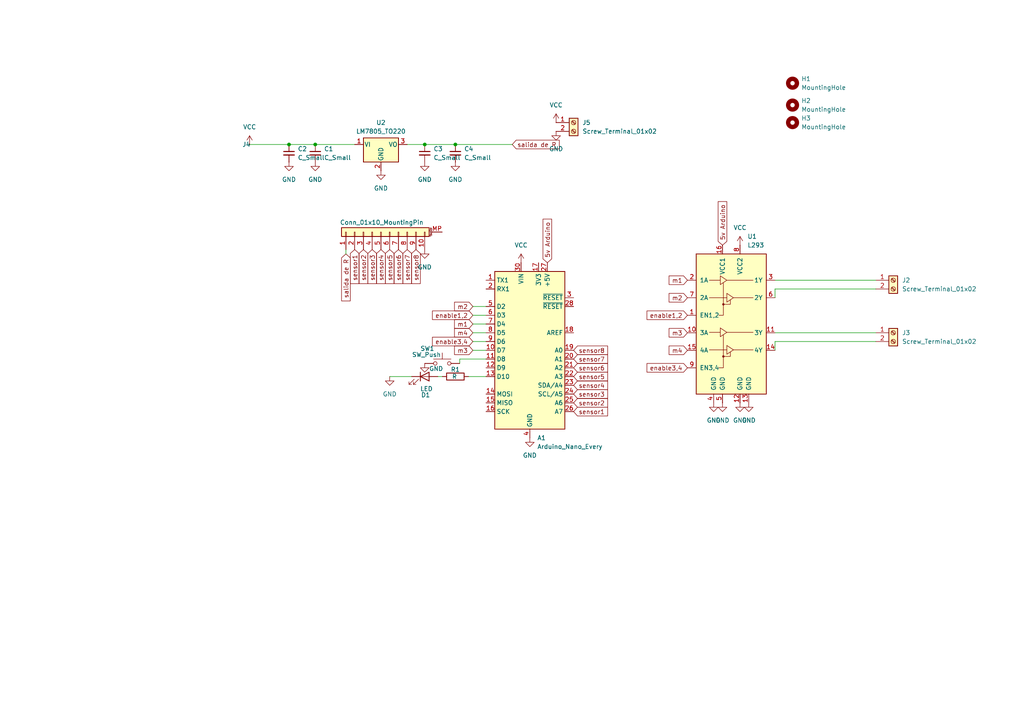
<source format=kicad_sch>
(kicad_sch
	(version 20250114)
	(generator "eeschema")
	(generator_version "9.0")
	(uuid "2075c00a-1f04-4602-8897-5a5c647f7ea8")
	(paper "A4")
	(lib_symbols
		(symbol "Connector:Screw_Terminal_01x02"
			(pin_names
				(offset 1.016)
				(hide yes)
			)
			(exclude_from_sim no)
			(in_bom yes)
			(on_board yes)
			(property "Reference" "J"
				(at 0 2.54 0)
				(effects
					(font
						(size 1.27 1.27)
					)
				)
			)
			(property "Value" "Screw_Terminal_01x02"
				(at 0 -5.08 0)
				(effects
					(font
						(size 1.27 1.27)
					)
				)
			)
			(property "Footprint" ""
				(at 0 0 0)
				(effects
					(font
						(size 1.27 1.27)
					)
					(hide yes)
				)
			)
			(property "Datasheet" "~"
				(at 0 0 0)
				(effects
					(font
						(size 1.27 1.27)
					)
					(hide yes)
				)
			)
			(property "Description" "Generic screw terminal, single row, 01x02, script generated (kicad-library-utils/schlib/autogen/connector/)"
				(at 0 0 0)
				(effects
					(font
						(size 1.27 1.27)
					)
					(hide yes)
				)
			)
			(property "ki_keywords" "screw terminal"
				(at 0 0 0)
				(effects
					(font
						(size 1.27 1.27)
					)
					(hide yes)
				)
			)
			(property "ki_fp_filters" "TerminalBlock*:*"
				(at 0 0 0)
				(effects
					(font
						(size 1.27 1.27)
					)
					(hide yes)
				)
			)
			(symbol "Screw_Terminal_01x02_1_1"
				(rectangle
					(start -1.27 1.27)
					(end 1.27 -3.81)
					(stroke
						(width 0.254)
						(type default)
					)
					(fill
						(type background)
					)
				)
				(polyline
					(pts
						(xy -0.5334 0.3302) (xy 0.3302 -0.508)
					)
					(stroke
						(width 0.1524)
						(type default)
					)
					(fill
						(type none)
					)
				)
				(polyline
					(pts
						(xy -0.5334 -2.2098) (xy 0.3302 -3.048)
					)
					(stroke
						(width 0.1524)
						(type default)
					)
					(fill
						(type none)
					)
				)
				(polyline
					(pts
						(xy -0.3556 0.508) (xy 0.508 -0.3302)
					)
					(stroke
						(width 0.1524)
						(type default)
					)
					(fill
						(type none)
					)
				)
				(polyline
					(pts
						(xy -0.3556 -2.032) (xy 0.508 -2.8702)
					)
					(stroke
						(width 0.1524)
						(type default)
					)
					(fill
						(type none)
					)
				)
				(circle
					(center 0 0)
					(radius 0.635)
					(stroke
						(width 0.1524)
						(type default)
					)
					(fill
						(type none)
					)
				)
				(circle
					(center 0 -2.54)
					(radius 0.635)
					(stroke
						(width 0.1524)
						(type default)
					)
					(fill
						(type none)
					)
				)
				(pin passive line
					(at -5.08 0 0)
					(length 3.81)
					(name "Pin_1"
						(effects
							(font
								(size 1.27 1.27)
							)
						)
					)
					(number "1"
						(effects
							(font
								(size 1.27 1.27)
							)
						)
					)
				)
				(pin passive line
					(at -5.08 -2.54 0)
					(length 3.81)
					(name "Pin_2"
						(effects
							(font
								(size 1.27 1.27)
							)
						)
					)
					(number "2"
						(effects
							(font
								(size 1.27 1.27)
							)
						)
					)
				)
			)
			(embedded_fonts no)
		)
		(symbol "Connector_Generic_MountingPin:Conn_01x10_MountingPin"
			(pin_names
				(offset 1.016)
				(hide yes)
			)
			(exclude_from_sim no)
			(in_bom yes)
			(on_board yes)
			(property "Reference" "J"
				(at 0 12.7 0)
				(effects
					(font
						(size 1.27 1.27)
					)
				)
			)
			(property "Value" "Conn_01x10_MountingPin"
				(at 1.27 -15.24 0)
				(effects
					(font
						(size 1.27 1.27)
					)
					(justify left)
				)
			)
			(property "Footprint" ""
				(at 0 0 0)
				(effects
					(font
						(size 1.27 1.27)
					)
					(hide yes)
				)
			)
			(property "Datasheet" "~"
				(at 0 0 0)
				(effects
					(font
						(size 1.27 1.27)
					)
					(hide yes)
				)
			)
			(property "Description" "Generic connectable mounting pin connector, single row, 01x10, script generated (kicad-library-utils/schlib/autogen/connector/)"
				(at 0 0 0)
				(effects
					(font
						(size 1.27 1.27)
					)
					(hide yes)
				)
			)
			(property "ki_keywords" "connector"
				(at 0 0 0)
				(effects
					(font
						(size 1.27 1.27)
					)
					(hide yes)
				)
			)
			(property "ki_fp_filters" "Connector*:*_1x??-1MP*"
				(at 0 0 0)
				(effects
					(font
						(size 1.27 1.27)
					)
					(hide yes)
				)
			)
			(symbol "Conn_01x10_MountingPin_1_1"
				(rectangle
					(start -1.27 11.43)
					(end 1.27 -13.97)
					(stroke
						(width 0.254)
						(type default)
					)
					(fill
						(type background)
					)
				)
				(rectangle
					(start -1.27 10.287)
					(end 0 10.033)
					(stroke
						(width 0.1524)
						(type default)
					)
					(fill
						(type none)
					)
				)
				(rectangle
					(start -1.27 7.747)
					(end 0 7.493)
					(stroke
						(width 0.1524)
						(type default)
					)
					(fill
						(type none)
					)
				)
				(rectangle
					(start -1.27 5.207)
					(end 0 4.953)
					(stroke
						(width 0.1524)
						(type default)
					)
					(fill
						(type none)
					)
				)
				(rectangle
					(start -1.27 2.667)
					(end 0 2.413)
					(stroke
						(width 0.1524)
						(type default)
					)
					(fill
						(type none)
					)
				)
				(rectangle
					(start -1.27 0.127)
					(end 0 -0.127)
					(stroke
						(width 0.1524)
						(type default)
					)
					(fill
						(type none)
					)
				)
				(rectangle
					(start -1.27 -2.413)
					(end 0 -2.667)
					(stroke
						(width 0.1524)
						(type default)
					)
					(fill
						(type none)
					)
				)
				(rectangle
					(start -1.27 -4.953)
					(end 0 -5.207)
					(stroke
						(width 0.1524)
						(type default)
					)
					(fill
						(type none)
					)
				)
				(rectangle
					(start -1.27 -7.493)
					(end 0 -7.747)
					(stroke
						(width 0.1524)
						(type default)
					)
					(fill
						(type none)
					)
				)
				(rectangle
					(start -1.27 -10.033)
					(end 0 -10.287)
					(stroke
						(width 0.1524)
						(type default)
					)
					(fill
						(type none)
					)
				)
				(rectangle
					(start -1.27 -12.573)
					(end 0 -12.827)
					(stroke
						(width 0.1524)
						(type default)
					)
					(fill
						(type none)
					)
				)
				(polyline
					(pts
						(xy -1.016 -14.732) (xy 1.016 -14.732)
					)
					(stroke
						(width 0.1524)
						(type default)
					)
					(fill
						(type none)
					)
				)
				(text "Mounting"
					(at 0 -14.351 0)
					(effects
						(font
							(size 0.381 0.381)
						)
					)
				)
				(pin passive line
					(at -5.08 10.16 0)
					(length 3.81)
					(name "Pin_1"
						(effects
							(font
								(size 1.27 1.27)
							)
						)
					)
					(number "1"
						(effects
							(font
								(size 1.27 1.27)
							)
						)
					)
				)
				(pin passive line
					(at -5.08 7.62 0)
					(length 3.81)
					(name "Pin_2"
						(effects
							(font
								(size 1.27 1.27)
							)
						)
					)
					(number "2"
						(effects
							(font
								(size 1.27 1.27)
							)
						)
					)
				)
				(pin passive line
					(at -5.08 5.08 0)
					(length 3.81)
					(name "Pin_3"
						(effects
							(font
								(size 1.27 1.27)
							)
						)
					)
					(number "3"
						(effects
							(font
								(size 1.27 1.27)
							)
						)
					)
				)
				(pin passive line
					(at -5.08 2.54 0)
					(length 3.81)
					(name "Pin_4"
						(effects
							(font
								(size 1.27 1.27)
							)
						)
					)
					(number "4"
						(effects
							(font
								(size 1.27 1.27)
							)
						)
					)
				)
				(pin passive line
					(at -5.08 0 0)
					(length 3.81)
					(name "Pin_5"
						(effects
							(font
								(size 1.27 1.27)
							)
						)
					)
					(number "5"
						(effects
							(font
								(size 1.27 1.27)
							)
						)
					)
				)
				(pin passive line
					(at -5.08 -2.54 0)
					(length 3.81)
					(name "Pin_6"
						(effects
							(font
								(size 1.27 1.27)
							)
						)
					)
					(number "6"
						(effects
							(font
								(size 1.27 1.27)
							)
						)
					)
				)
				(pin passive line
					(at -5.08 -5.08 0)
					(length 3.81)
					(name "Pin_7"
						(effects
							(font
								(size 1.27 1.27)
							)
						)
					)
					(number "7"
						(effects
							(font
								(size 1.27 1.27)
							)
						)
					)
				)
				(pin passive line
					(at -5.08 -7.62 0)
					(length 3.81)
					(name "Pin_8"
						(effects
							(font
								(size 1.27 1.27)
							)
						)
					)
					(number "8"
						(effects
							(font
								(size 1.27 1.27)
							)
						)
					)
				)
				(pin passive line
					(at -5.08 -10.16 0)
					(length 3.81)
					(name "Pin_9"
						(effects
							(font
								(size 1.27 1.27)
							)
						)
					)
					(number "9"
						(effects
							(font
								(size 1.27 1.27)
							)
						)
					)
				)
				(pin passive line
					(at -5.08 -12.7 0)
					(length 3.81)
					(name "Pin_10"
						(effects
							(font
								(size 1.27 1.27)
							)
						)
					)
					(number "10"
						(effects
							(font
								(size 1.27 1.27)
							)
						)
					)
				)
				(pin passive line
					(at 0 -17.78 90)
					(length 3.048)
					(name "MountPin"
						(effects
							(font
								(size 1.27 1.27)
							)
						)
					)
					(number "MP"
						(effects
							(font
								(size 1.27 1.27)
							)
						)
					)
				)
			)
			(embedded_fonts no)
		)
		(symbol "Device:C_Small"
			(pin_numbers
				(hide yes)
			)
			(pin_names
				(offset 0.254)
				(hide yes)
			)
			(exclude_from_sim no)
			(in_bom yes)
			(on_board yes)
			(property "Reference" "C"
				(at 0.254 1.778 0)
				(effects
					(font
						(size 1.27 1.27)
					)
					(justify left)
				)
			)
			(property "Value" "C_Small"
				(at 0.254 -2.032 0)
				(effects
					(font
						(size 1.27 1.27)
					)
					(justify left)
				)
			)
			(property "Footprint" ""
				(at 0 0 0)
				(effects
					(font
						(size 1.27 1.27)
					)
					(hide yes)
				)
			)
			(property "Datasheet" "~"
				(at 0 0 0)
				(effects
					(font
						(size 1.27 1.27)
					)
					(hide yes)
				)
			)
			(property "Description" "Unpolarized capacitor, small symbol"
				(at 0 0 0)
				(effects
					(font
						(size 1.27 1.27)
					)
					(hide yes)
				)
			)
			(property "ki_keywords" "capacitor cap"
				(at 0 0 0)
				(effects
					(font
						(size 1.27 1.27)
					)
					(hide yes)
				)
			)
			(property "ki_fp_filters" "C_*"
				(at 0 0 0)
				(effects
					(font
						(size 1.27 1.27)
					)
					(hide yes)
				)
			)
			(symbol "C_Small_0_1"
				(polyline
					(pts
						(xy -1.524 0.508) (xy 1.524 0.508)
					)
					(stroke
						(width 0.3048)
						(type default)
					)
					(fill
						(type none)
					)
				)
				(polyline
					(pts
						(xy -1.524 -0.508) (xy 1.524 -0.508)
					)
					(stroke
						(width 0.3302)
						(type default)
					)
					(fill
						(type none)
					)
				)
			)
			(symbol "C_Small_1_1"
				(pin passive line
					(at 0 2.54 270)
					(length 2.032)
					(name "~"
						(effects
							(font
								(size 1.27 1.27)
							)
						)
					)
					(number "1"
						(effects
							(font
								(size 1.27 1.27)
							)
						)
					)
				)
				(pin passive line
					(at 0 -2.54 90)
					(length 2.032)
					(name "~"
						(effects
							(font
								(size 1.27 1.27)
							)
						)
					)
					(number "2"
						(effects
							(font
								(size 1.27 1.27)
							)
						)
					)
				)
			)
			(embedded_fonts no)
		)
		(symbol "Device:LED"
			(pin_numbers
				(hide yes)
			)
			(pin_names
				(offset 1.016)
				(hide yes)
			)
			(exclude_from_sim no)
			(in_bom yes)
			(on_board yes)
			(property "Reference" "D"
				(at 0 2.54 0)
				(effects
					(font
						(size 1.27 1.27)
					)
				)
			)
			(property "Value" "LED"
				(at 0 -2.54 0)
				(effects
					(font
						(size 1.27 1.27)
					)
				)
			)
			(property "Footprint" ""
				(at 0 0 0)
				(effects
					(font
						(size 1.27 1.27)
					)
					(hide yes)
				)
			)
			(property "Datasheet" "~"
				(at 0 0 0)
				(effects
					(font
						(size 1.27 1.27)
					)
					(hide yes)
				)
			)
			(property "Description" "Light emitting diode"
				(at 0 0 0)
				(effects
					(font
						(size 1.27 1.27)
					)
					(hide yes)
				)
			)
			(property "Sim.Pins" "1=K 2=A"
				(at 0 0 0)
				(effects
					(font
						(size 1.27 1.27)
					)
					(hide yes)
				)
			)
			(property "ki_keywords" "LED diode"
				(at 0 0 0)
				(effects
					(font
						(size 1.27 1.27)
					)
					(hide yes)
				)
			)
			(property "ki_fp_filters" "LED* LED_SMD:* LED_THT:*"
				(at 0 0 0)
				(effects
					(font
						(size 1.27 1.27)
					)
					(hide yes)
				)
			)
			(symbol "LED_0_1"
				(polyline
					(pts
						(xy -3.048 -0.762) (xy -4.572 -2.286) (xy -3.81 -2.286) (xy -4.572 -2.286) (xy -4.572 -1.524)
					)
					(stroke
						(width 0)
						(type default)
					)
					(fill
						(type none)
					)
				)
				(polyline
					(pts
						(xy -1.778 -0.762) (xy -3.302 -2.286) (xy -2.54 -2.286) (xy -3.302 -2.286) (xy -3.302 -1.524)
					)
					(stroke
						(width 0)
						(type default)
					)
					(fill
						(type none)
					)
				)
				(polyline
					(pts
						(xy -1.27 0) (xy 1.27 0)
					)
					(stroke
						(width 0)
						(type default)
					)
					(fill
						(type none)
					)
				)
				(polyline
					(pts
						(xy -1.27 -1.27) (xy -1.27 1.27)
					)
					(stroke
						(width 0.254)
						(type default)
					)
					(fill
						(type none)
					)
				)
				(polyline
					(pts
						(xy 1.27 -1.27) (xy 1.27 1.27) (xy -1.27 0) (xy 1.27 -1.27)
					)
					(stroke
						(width 0.254)
						(type default)
					)
					(fill
						(type none)
					)
				)
			)
			(symbol "LED_1_1"
				(pin passive line
					(at -3.81 0 0)
					(length 2.54)
					(name "K"
						(effects
							(font
								(size 1.27 1.27)
							)
						)
					)
					(number "1"
						(effects
							(font
								(size 1.27 1.27)
							)
						)
					)
				)
				(pin passive line
					(at 3.81 0 180)
					(length 2.54)
					(name "A"
						(effects
							(font
								(size 1.27 1.27)
							)
						)
					)
					(number "2"
						(effects
							(font
								(size 1.27 1.27)
							)
						)
					)
				)
			)
			(embedded_fonts no)
		)
		(symbol "Device:R"
			(pin_numbers
				(hide yes)
			)
			(pin_names
				(offset 0)
			)
			(exclude_from_sim no)
			(in_bom yes)
			(on_board yes)
			(property "Reference" "R"
				(at 2.032 0 90)
				(effects
					(font
						(size 1.27 1.27)
					)
				)
			)
			(property "Value" "R"
				(at 0 0 90)
				(effects
					(font
						(size 1.27 1.27)
					)
				)
			)
			(property "Footprint" ""
				(at -1.778 0 90)
				(effects
					(font
						(size 1.27 1.27)
					)
					(hide yes)
				)
			)
			(property "Datasheet" "~"
				(at 0 0 0)
				(effects
					(font
						(size 1.27 1.27)
					)
					(hide yes)
				)
			)
			(property "Description" "Resistor"
				(at 0 0 0)
				(effects
					(font
						(size 1.27 1.27)
					)
					(hide yes)
				)
			)
			(property "ki_keywords" "R res resistor"
				(at 0 0 0)
				(effects
					(font
						(size 1.27 1.27)
					)
					(hide yes)
				)
			)
			(property "ki_fp_filters" "R_*"
				(at 0 0 0)
				(effects
					(font
						(size 1.27 1.27)
					)
					(hide yes)
				)
			)
			(symbol "R_0_1"
				(rectangle
					(start -1.016 -2.54)
					(end 1.016 2.54)
					(stroke
						(width 0.254)
						(type default)
					)
					(fill
						(type none)
					)
				)
			)
			(symbol "R_1_1"
				(pin passive line
					(at 0 3.81 270)
					(length 1.27)
					(name "~"
						(effects
							(font
								(size 1.27 1.27)
							)
						)
					)
					(number "1"
						(effects
							(font
								(size 1.27 1.27)
							)
						)
					)
				)
				(pin passive line
					(at 0 -3.81 90)
					(length 1.27)
					(name "~"
						(effects
							(font
								(size 1.27 1.27)
							)
						)
					)
					(number "2"
						(effects
							(font
								(size 1.27 1.27)
							)
						)
					)
				)
			)
			(embedded_fonts no)
		)
		(symbol "Driver_Motor:L293"
			(pin_names
				(offset 1.016)
			)
			(exclude_from_sim no)
			(in_bom yes)
			(on_board yes)
			(property "Reference" "U"
				(at -5.08 26.035 0)
				(effects
					(font
						(size 1.27 1.27)
					)
					(justify right)
				)
			)
			(property "Value" "L293"
				(at -5.08 24.13 0)
				(effects
					(font
						(size 1.27 1.27)
					)
					(justify right)
				)
			)
			(property "Footprint" "Package_DIP:DIP-16_W7.62mm"
				(at 6.35 -19.05 0)
				(effects
					(font
						(size 1.27 1.27)
					)
					(justify left)
					(hide yes)
				)
			)
			(property "Datasheet" "http://www.ti.com/lit/ds/symlink/l293.pdf"
				(at -7.62 17.78 0)
				(effects
					(font
						(size 1.27 1.27)
					)
					(hide yes)
				)
			)
			(property "Description" "Quadruple Half-H Drivers"
				(at 0 0 0)
				(effects
					(font
						(size 1.27 1.27)
					)
					(hide yes)
				)
			)
			(property "ki_keywords" "Half-H Driver Motor"
				(at 0 0 0)
				(effects
					(font
						(size 1.27 1.27)
					)
					(hide yes)
				)
			)
			(property "ki_fp_filters" "DIP*W7.62mm*"
				(at 0 0 0)
				(effects
					(font
						(size 1.27 1.27)
					)
					(hide yes)
				)
			)
			(symbol "L293_0_1"
				(rectangle
					(start -10.16 22.86)
					(end 10.16 -17.78)
					(stroke
						(width 0.254)
						(type default)
					)
					(fill
						(type background)
					)
				)
				(polyline
					(pts
						(xy -6.35 15.24) (xy -3.175 15.24)
					)
					(stroke
						(width 0)
						(type default)
					)
					(fill
						(type none)
					)
				)
				(polyline
					(pts
						(xy -6.35 10.16) (xy -1.27 10.16)
					)
					(stroke
						(width 0)
						(type default)
					)
					(fill
						(type none)
					)
				)
				(polyline
					(pts
						(xy -6.35 0.127) (xy -3.175 0.127)
					)
					(stroke
						(width 0)
						(type default)
					)
					(fill
						(type none)
					)
				)
				(polyline
					(pts
						(xy -6.35 -4.953) (xy -1.27 -4.953)
					)
					(stroke
						(width 0)
						(type default)
					)
					(fill
						(type none)
					)
				)
				(polyline
					(pts
						(xy -3.175 16.51) (xy -3.175 13.97) (xy -1.27 15.24) (xy -3.175 16.51)
					)
					(stroke
						(width 0)
						(type default)
					)
					(fill
						(type none)
					)
				)
				(polyline
					(pts
						(xy -3.175 1.397) (xy -3.175 -1.143) (xy -1.27 0.127) (xy -3.175 1.397)
					)
					(stroke
						(width 0)
						(type default)
					)
					(fill
						(type none)
					)
				)
				(polyline
					(pts
						(xy -2.286 14.478) (xy -2.286 5.08) (xy -3.556 5.08)
					)
					(stroke
						(width 0)
						(type default)
					)
					(fill
						(type none)
					)
				)
				(circle
					(center -2.286 8.255)
					(radius 0.254)
					(stroke
						(width 0)
						(type default)
					)
					(fill
						(type outline)
					)
				)
				(polyline
					(pts
						(xy -2.286 8.255) (xy -0.254 8.255) (xy -0.254 9.525)
					)
					(stroke
						(width 0)
						(type default)
					)
					(fill
						(type none)
					)
				)
				(polyline
					(pts
						(xy -2.286 -0.635) (xy -2.286 -10.16) (xy -3.556 -10.16)
					)
					(stroke
						(width 0)
						(type default)
					)
					(fill
						(type none)
					)
				)
				(circle
					(center -2.286 -6.858)
					(radius 0.254)
					(stroke
						(width 0)
						(type default)
					)
					(fill
						(type outline)
					)
				)
				(polyline
					(pts
						(xy -2.286 -6.858) (xy -0.254 -6.858) (xy -0.254 -5.588)
					)
					(stroke
						(width 0)
						(type default)
					)
					(fill
						(type none)
					)
				)
				(polyline
					(pts
						(xy -1.27 15.24) (xy 6.35 15.24)
					)
					(stroke
						(width 0)
						(type default)
					)
					(fill
						(type none)
					)
				)
				(polyline
					(pts
						(xy -1.27 11.43) (xy -1.27 8.89) (xy 0.635 10.16) (xy -1.27 11.43)
					)
					(stroke
						(width 0)
						(type default)
					)
					(fill
						(type none)
					)
				)
				(polyline
					(pts
						(xy -1.27 0.127) (xy 6.35 0.127)
					)
					(stroke
						(width 0)
						(type default)
					)
					(fill
						(type none)
					)
				)
				(polyline
					(pts
						(xy -1.27 -3.683) (xy -1.27 -6.223) (xy 0.635 -4.953) (xy -1.27 -3.683)
					)
					(stroke
						(width 0)
						(type default)
					)
					(fill
						(type none)
					)
				)
				(polyline
					(pts
						(xy 0.635 10.16) (xy 6.35 10.16)
					)
					(stroke
						(width 0)
						(type default)
					)
					(fill
						(type none)
					)
				)
				(polyline
					(pts
						(xy 0.635 -4.953) (xy 6.35 -4.953)
					)
					(stroke
						(width 0)
						(type default)
					)
					(fill
						(type none)
					)
				)
			)
			(symbol "L293_1_1"
				(pin input line
					(at -12.7 15.24 0)
					(length 2.54)
					(name "1A"
						(effects
							(font
								(size 1.27 1.27)
							)
						)
					)
					(number "2"
						(effects
							(font
								(size 1.27 1.27)
							)
						)
					)
				)
				(pin input line
					(at -12.7 10.16 0)
					(length 2.54)
					(name "2A"
						(effects
							(font
								(size 1.27 1.27)
							)
						)
					)
					(number "7"
						(effects
							(font
								(size 1.27 1.27)
							)
						)
					)
				)
				(pin input line
					(at -12.7 5.08 0)
					(length 2.54)
					(name "EN1,2"
						(effects
							(font
								(size 1.27 1.27)
							)
						)
					)
					(number "1"
						(effects
							(font
								(size 1.27 1.27)
							)
						)
					)
				)
				(pin input line
					(at -12.7 0 0)
					(length 2.54)
					(name "3A"
						(effects
							(font
								(size 1.27 1.27)
							)
						)
					)
					(number "10"
						(effects
							(font
								(size 1.27 1.27)
							)
						)
					)
				)
				(pin input line
					(at -12.7 -5.08 0)
					(length 2.54)
					(name "4A"
						(effects
							(font
								(size 1.27 1.27)
							)
						)
					)
					(number "15"
						(effects
							(font
								(size 1.27 1.27)
							)
						)
					)
				)
				(pin input line
					(at -12.7 -10.16 0)
					(length 2.54)
					(name "EN3,4"
						(effects
							(font
								(size 1.27 1.27)
							)
						)
					)
					(number "9"
						(effects
							(font
								(size 1.27 1.27)
							)
						)
					)
				)
				(pin power_in line
					(at -5.08 -20.32 90)
					(length 2.54)
					(name "GND"
						(effects
							(font
								(size 1.27 1.27)
							)
						)
					)
					(number "4"
						(effects
							(font
								(size 1.27 1.27)
							)
						)
					)
				)
				(pin power_in line
					(at -2.54 25.4 270)
					(length 2.54)
					(name "VCC1"
						(effects
							(font
								(size 1.27 1.27)
							)
						)
					)
					(number "16"
						(effects
							(font
								(size 1.27 1.27)
							)
						)
					)
				)
				(pin power_in line
					(at -2.54 -20.32 90)
					(length 2.54)
					(name "GND"
						(effects
							(font
								(size 1.27 1.27)
							)
						)
					)
					(number "5"
						(effects
							(font
								(size 1.27 1.27)
							)
						)
					)
				)
				(pin power_in line
					(at 2.54 25.4 270)
					(length 2.54)
					(name "VCC2"
						(effects
							(font
								(size 1.27 1.27)
							)
						)
					)
					(number "8"
						(effects
							(font
								(size 1.27 1.27)
							)
						)
					)
				)
				(pin power_in line
					(at 2.54 -20.32 90)
					(length 2.54)
					(name "GND"
						(effects
							(font
								(size 1.27 1.27)
							)
						)
					)
					(number "12"
						(effects
							(font
								(size 1.27 1.27)
							)
						)
					)
				)
				(pin power_in line
					(at 5.08 -20.32 90)
					(length 2.54)
					(name "GND"
						(effects
							(font
								(size 1.27 1.27)
							)
						)
					)
					(number "13"
						(effects
							(font
								(size 1.27 1.27)
							)
						)
					)
				)
				(pin output line
					(at 12.7 15.24 180)
					(length 2.54)
					(name "1Y"
						(effects
							(font
								(size 1.27 1.27)
							)
						)
					)
					(number "3"
						(effects
							(font
								(size 1.27 1.27)
							)
						)
					)
				)
				(pin output line
					(at 12.7 10.16 180)
					(length 2.54)
					(name "2Y"
						(effects
							(font
								(size 1.27 1.27)
							)
						)
					)
					(number "6"
						(effects
							(font
								(size 1.27 1.27)
							)
						)
					)
				)
				(pin output line
					(at 12.7 0 180)
					(length 2.54)
					(name "3Y"
						(effects
							(font
								(size 1.27 1.27)
							)
						)
					)
					(number "11"
						(effects
							(font
								(size 1.27 1.27)
							)
						)
					)
				)
				(pin output line
					(at 12.7 -5.08 180)
					(length 2.54)
					(name "4Y"
						(effects
							(font
								(size 1.27 1.27)
							)
						)
					)
					(number "14"
						(effects
							(font
								(size 1.27 1.27)
							)
						)
					)
				)
			)
			(embedded_fonts no)
		)
		(symbol "MCU_Module:Arduino_Nano_Every"
			(exclude_from_sim no)
			(in_bom yes)
			(on_board yes)
			(property "Reference" "A"
				(at -10.16 23.495 0)
				(effects
					(font
						(size 1.27 1.27)
					)
					(justify left bottom)
				)
			)
			(property "Value" "Arduino_Nano_Every"
				(at 5.08 -24.13 0)
				(effects
					(font
						(size 1.27 1.27)
					)
					(justify left top)
				)
			)
			(property "Footprint" "Module:Arduino_Nano"
				(at 0 0 0)
				(effects
					(font
						(size 1.27 1.27)
						(italic yes)
					)
					(hide yes)
				)
			)
			(property "Datasheet" "https://content.arduino.cc/assets/NANOEveryV3.0_sch.pdf"
				(at 0 0 0)
				(effects
					(font
						(size 1.27 1.27)
					)
					(hide yes)
				)
			)
			(property "Description" "Arduino Nano Every"
				(at 0 0 0)
				(effects
					(font
						(size 1.27 1.27)
					)
					(hide yes)
				)
			)
			(property "ki_keywords" "Arduino nano microcontroller module USB UPDI AATMega4809 AVR"
				(at 0 0 0)
				(effects
					(font
						(size 1.27 1.27)
					)
					(hide yes)
				)
			)
			(property "ki_fp_filters" "Arduino*Nano*"
				(at 0 0 0)
				(effects
					(font
						(size 1.27 1.27)
					)
					(hide yes)
				)
			)
			(symbol "Arduino_Nano_Every_0_1"
				(rectangle
					(start -10.16 22.86)
					(end 10.16 -22.86)
					(stroke
						(width 0.254)
						(type default)
					)
					(fill
						(type background)
					)
				)
			)
			(symbol "Arduino_Nano_Every_1_1"
				(pin bidirectional line
					(at -12.7 20.32 0)
					(length 2.54)
					(name "TX1"
						(effects
							(font
								(size 1.27 1.27)
							)
						)
					)
					(number "1"
						(effects
							(font
								(size 1.27 1.27)
							)
						)
					)
				)
				(pin bidirectional line
					(at -12.7 17.78 0)
					(length 2.54)
					(name "RX1"
						(effects
							(font
								(size 1.27 1.27)
							)
						)
					)
					(number "2"
						(effects
							(font
								(size 1.27 1.27)
							)
						)
					)
				)
				(pin bidirectional line
					(at -12.7 12.7 0)
					(length 2.54)
					(name "D2"
						(effects
							(font
								(size 1.27 1.27)
							)
						)
					)
					(number "5"
						(effects
							(font
								(size 1.27 1.27)
							)
						)
					)
				)
				(pin bidirectional line
					(at -12.7 10.16 0)
					(length 2.54)
					(name "D3"
						(effects
							(font
								(size 1.27 1.27)
							)
						)
					)
					(number "6"
						(effects
							(font
								(size 1.27 1.27)
							)
						)
					)
				)
				(pin bidirectional line
					(at -12.7 7.62 0)
					(length 2.54)
					(name "D4"
						(effects
							(font
								(size 1.27 1.27)
							)
						)
					)
					(number "7"
						(effects
							(font
								(size 1.27 1.27)
							)
						)
					)
				)
				(pin bidirectional line
					(at -12.7 5.08 0)
					(length 2.54)
					(name "D5"
						(effects
							(font
								(size 1.27 1.27)
							)
						)
					)
					(number "8"
						(effects
							(font
								(size 1.27 1.27)
							)
						)
					)
				)
				(pin bidirectional line
					(at -12.7 2.54 0)
					(length 2.54)
					(name "D6"
						(effects
							(font
								(size 1.27 1.27)
							)
						)
					)
					(number "9"
						(effects
							(font
								(size 1.27 1.27)
							)
						)
					)
				)
				(pin bidirectional line
					(at -12.7 0 0)
					(length 2.54)
					(name "D7"
						(effects
							(font
								(size 1.27 1.27)
							)
						)
					)
					(number "10"
						(effects
							(font
								(size 1.27 1.27)
							)
						)
					)
				)
				(pin bidirectional line
					(at -12.7 -2.54 0)
					(length 2.54)
					(name "D8"
						(effects
							(font
								(size 1.27 1.27)
							)
						)
					)
					(number "11"
						(effects
							(font
								(size 1.27 1.27)
							)
						)
					)
				)
				(pin bidirectional line
					(at -12.7 -5.08 0)
					(length 2.54)
					(name "D9"
						(effects
							(font
								(size 1.27 1.27)
							)
						)
					)
					(number "12"
						(effects
							(font
								(size 1.27 1.27)
							)
						)
					)
				)
				(pin bidirectional line
					(at -12.7 -7.62 0)
					(length 2.54)
					(name "D10"
						(effects
							(font
								(size 1.27 1.27)
							)
						)
					)
					(number "13"
						(effects
							(font
								(size 1.27 1.27)
							)
						)
					)
				)
				(pin bidirectional line
					(at -12.7 -12.7 0)
					(length 2.54)
					(name "MOSI"
						(effects
							(font
								(size 1.27 1.27)
							)
						)
					)
					(number "14"
						(effects
							(font
								(size 1.27 1.27)
							)
						)
					)
				)
				(pin bidirectional line
					(at -12.7 -15.24 0)
					(length 2.54)
					(name "MISO"
						(effects
							(font
								(size 1.27 1.27)
							)
						)
					)
					(number "15"
						(effects
							(font
								(size 1.27 1.27)
							)
						)
					)
				)
				(pin bidirectional line
					(at -12.7 -17.78 0)
					(length 2.54)
					(name "SCK"
						(effects
							(font
								(size 1.27 1.27)
							)
						)
					)
					(number "16"
						(effects
							(font
								(size 1.27 1.27)
							)
						)
					)
				)
				(pin power_in line
					(at -2.54 25.4 270)
					(length 2.54)
					(name "VIN"
						(effects
							(font
								(size 1.27 1.27)
							)
						)
					)
					(number "30"
						(effects
							(font
								(size 1.27 1.27)
							)
						)
					)
				)
				(pin passive line
					(at 0 -25.4 90)
					(length 2.54)
					(hide yes)
					(name "GND"
						(effects
							(font
								(size 1.27 1.27)
							)
						)
					)
					(number "29"
						(effects
							(font
								(size 1.27 1.27)
							)
						)
					)
				)
				(pin power_in line
					(at 0 -25.4 90)
					(length 2.54)
					(name "GND"
						(effects
							(font
								(size 1.27 1.27)
							)
						)
					)
					(number "4"
						(effects
							(font
								(size 1.27 1.27)
							)
						)
					)
				)
				(pin power_out line
					(at 2.54 25.4 270)
					(length 2.54)
					(name "3V3"
						(effects
							(font
								(size 1.27 1.27)
							)
						)
					)
					(number "17"
						(effects
							(font
								(size 1.27 1.27)
							)
						)
					)
				)
				(pin power_out line
					(at 5.08 25.4 270)
					(length 2.54)
					(name "+5V"
						(effects
							(font
								(size 1.27 1.27)
							)
						)
					)
					(number "27"
						(effects
							(font
								(size 1.27 1.27)
							)
						)
					)
				)
				(pin input line
					(at 12.7 15.24 180)
					(length 2.54)
					(name "~{RESET}"
						(effects
							(font
								(size 1.27 1.27)
							)
						)
					)
					(number "3"
						(effects
							(font
								(size 1.27 1.27)
							)
						)
					)
				)
				(pin input line
					(at 12.7 12.7 180)
					(length 2.54)
					(name "~{RESET}"
						(effects
							(font
								(size 1.27 1.27)
							)
						)
					)
					(number "28"
						(effects
							(font
								(size 1.27 1.27)
							)
						)
					)
				)
				(pin input line
					(at 12.7 5.08 180)
					(length 2.54)
					(name "AREF"
						(effects
							(font
								(size 1.27 1.27)
							)
						)
					)
					(number "18"
						(effects
							(font
								(size 1.27 1.27)
							)
						)
					)
				)
				(pin bidirectional line
					(at 12.7 0 180)
					(length 2.54)
					(name "A0"
						(effects
							(font
								(size 1.27 1.27)
							)
						)
					)
					(number "19"
						(effects
							(font
								(size 1.27 1.27)
							)
						)
					)
				)
				(pin bidirectional line
					(at 12.7 -2.54 180)
					(length 2.54)
					(name "A1"
						(effects
							(font
								(size 1.27 1.27)
							)
						)
					)
					(number "20"
						(effects
							(font
								(size 1.27 1.27)
							)
						)
					)
				)
				(pin bidirectional line
					(at 12.7 -5.08 180)
					(length 2.54)
					(name "A2"
						(effects
							(font
								(size 1.27 1.27)
							)
						)
					)
					(number "21"
						(effects
							(font
								(size 1.27 1.27)
							)
						)
					)
				)
				(pin bidirectional line
					(at 12.7 -7.62 180)
					(length 2.54)
					(name "A3"
						(effects
							(font
								(size 1.27 1.27)
							)
						)
					)
					(number "22"
						(effects
							(font
								(size 1.27 1.27)
							)
						)
					)
				)
				(pin bidirectional line
					(at 12.7 -10.16 180)
					(length 2.54)
					(name "SDA/A4"
						(effects
							(font
								(size 1.27 1.27)
							)
						)
					)
					(number "23"
						(effects
							(font
								(size 1.27 1.27)
							)
						)
					)
				)
				(pin bidirectional line
					(at 12.7 -12.7 180)
					(length 2.54)
					(name "SCL/A5"
						(effects
							(font
								(size 1.27 1.27)
							)
						)
					)
					(number "24"
						(effects
							(font
								(size 1.27 1.27)
							)
						)
					)
				)
				(pin bidirectional line
					(at 12.7 -15.24 180)
					(length 2.54)
					(name "A6"
						(effects
							(font
								(size 1.27 1.27)
							)
						)
					)
					(number "25"
						(effects
							(font
								(size 1.27 1.27)
							)
						)
					)
				)
				(pin bidirectional line
					(at 12.7 -17.78 180)
					(length 2.54)
					(name "A7"
						(effects
							(font
								(size 1.27 1.27)
							)
						)
					)
					(number "26"
						(effects
							(font
								(size 1.27 1.27)
							)
						)
					)
				)
			)
			(embedded_fonts no)
		)
		(symbol "Mechanical:MountingHole"
			(pin_names
				(offset 1.016)
			)
			(exclude_from_sim yes)
			(in_bom no)
			(on_board yes)
			(property "Reference" "H"
				(at 0 5.08 0)
				(effects
					(font
						(size 1.27 1.27)
					)
				)
			)
			(property "Value" "MountingHole"
				(at 0 3.175 0)
				(effects
					(font
						(size 1.27 1.27)
					)
				)
			)
			(property "Footprint" ""
				(at 0 0 0)
				(effects
					(font
						(size 1.27 1.27)
					)
					(hide yes)
				)
			)
			(property "Datasheet" "~"
				(at 0 0 0)
				(effects
					(font
						(size 1.27 1.27)
					)
					(hide yes)
				)
			)
			(property "Description" "Mounting Hole without connection"
				(at 0 0 0)
				(effects
					(font
						(size 1.27 1.27)
					)
					(hide yes)
				)
			)
			(property "ki_keywords" "mounting hole"
				(at 0 0 0)
				(effects
					(font
						(size 1.27 1.27)
					)
					(hide yes)
				)
			)
			(property "ki_fp_filters" "MountingHole*"
				(at 0 0 0)
				(effects
					(font
						(size 1.27 1.27)
					)
					(hide yes)
				)
			)
			(symbol "MountingHole_0_1"
				(circle
					(center 0 0)
					(radius 1.27)
					(stroke
						(width 1.27)
						(type default)
					)
					(fill
						(type none)
					)
				)
			)
			(embedded_fonts no)
		)
		(symbol "Regulator_Linear:LM7805_TO220"
			(pin_names
				(offset 0.254)
			)
			(exclude_from_sim no)
			(in_bom yes)
			(on_board yes)
			(property "Reference" "U"
				(at -3.81 3.175 0)
				(effects
					(font
						(size 1.27 1.27)
					)
				)
			)
			(property "Value" "LM7805_TO220"
				(at 0 3.175 0)
				(effects
					(font
						(size 1.27 1.27)
					)
					(justify left)
				)
			)
			(property "Footprint" "Package_TO_SOT_THT:TO-220-3_Vertical"
				(at 0 5.715 0)
				(effects
					(font
						(size 1.27 1.27)
						(italic yes)
					)
					(hide yes)
				)
			)
			(property "Datasheet" "https://www.onsemi.cn/PowerSolutions/document/MC7800-D.PDF"
				(at 0 -1.27 0)
				(effects
					(font
						(size 1.27 1.27)
					)
					(hide yes)
				)
			)
			(property "Description" "Positive 1A 35V Linear Regulator, Fixed Output 5V, TO-220"
				(at 0 0 0)
				(effects
					(font
						(size 1.27 1.27)
					)
					(hide yes)
				)
			)
			(property "ki_keywords" "Voltage Regulator 1A Positive"
				(at 0 0 0)
				(effects
					(font
						(size 1.27 1.27)
					)
					(hide yes)
				)
			)
			(property "ki_fp_filters" "TO?220*"
				(at 0 0 0)
				(effects
					(font
						(size 1.27 1.27)
					)
					(hide yes)
				)
			)
			(symbol "LM7805_TO220_0_1"
				(rectangle
					(start -5.08 1.905)
					(end 5.08 -5.08)
					(stroke
						(width 0.254)
						(type default)
					)
					(fill
						(type background)
					)
				)
			)
			(symbol "LM7805_TO220_1_1"
				(pin power_in line
					(at -7.62 0 0)
					(length 2.54)
					(name "VI"
						(effects
							(font
								(size 1.27 1.27)
							)
						)
					)
					(number "1"
						(effects
							(font
								(size 1.27 1.27)
							)
						)
					)
				)
				(pin power_in line
					(at 0 -7.62 90)
					(length 2.54)
					(name "GND"
						(effects
							(font
								(size 1.27 1.27)
							)
						)
					)
					(number "2"
						(effects
							(font
								(size 1.27 1.27)
							)
						)
					)
				)
				(pin power_out line
					(at 7.62 0 180)
					(length 2.54)
					(name "VO"
						(effects
							(font
								(size 1.27 1.27)
							)
						)
					)
					(number "3"
						(effects
							(font
								(size 1.27 1.27)
							)
						)
					)
				)
			)
			(embedded_fonts no)
		)
		(symbol "Switch:SW_Push"
			(pin_numbers
				(hide yes)
			)
			(pin_names
				(offset 1.016)
				(hide yes)
			)
			(exclude_from_sim no)
			(in_bom yes)
			(on_board yes)
			(property "Reference" "SW"
				(at 1.27 2.54 0)
				(effects
					(font
						(size 1.27 1.27)
					)
					(justify left)
				)
			)
			(property "Value" "SW_Push"
				(at 0 -1.524 0)
				(effects
					(font
						(size 1.27 1.27)
					)
				)
			)
			(property "Footprint" ""
				(at 0 5.08 0)
				(effects
					(font
						(size 1.27 1.27)
					)
					(hide yes)
				)
			)
			(property "Datasheet" "~"
				(at 0 5.08 0)
				(effects
					(font
						(size 1.27 1.27)
					)
					(hide yes)
				)
			)
			(property "Description" "Push button switch, generic, two pins"
				(at 0 0 0)
				(effects
					(font
						(size 1.27 1.27)
					)
					(hide yes)
				)
			)
			(property "ki_keywords" "switch normally-open pushbutton push-button"
				(at 0 0 0)
				(effects
					(font
						(size 1.27 1.27)
					)
					(hide yes)
				)
			)
			(symbol "SW_Push_0_1"
				(circle
					(center -2.032 0)
					(radius 0.508)
					(stroke
						(width 0)
						(type default)
					)
					(fill
						(type none)
					)
				)
				(polyline
					(pts
						(xy 0 1.27) (xy 0 3.048)
					)
					(stroke
						(width 0)
						(type default)
					)
					(fill
						(type none)
					)
				)
				(circle
					(center 2.032 0)
					(radius 0.508)
					(stroke
						(width 0)
						(type default)
					)
					(fill
						(type none)
					)
				)
				(polyline
					(pts
						(xy 2.54 1.27) (xy -2.54 1.27)
					)
					(stroke
						(width 0)
						(type default)
					)
					(fill
						(type none)
					)
				)
				(pin passive line
					(at -5.08 0 0)
					(length 2.54)
					(name "1"
						(effects
							(font
								(size 1.27 1.27)
							)
						)
					)
					(number "1"
						(effects
							(font
								(size 1.27 1.27)
							)
						)
					)
				)
				(pin passive line
					(at 5.08 0 180)
					(length 2.54)
					(name "2"
						(effects
							(font
								(size 1.27 1.27)
							)
						)
					)
					(number "2"
						(effects
							(font
								(size 1.27 1.27)
							)
						)
					)
				)
			)
			(embedded_fonts no)
		)
		(symbol "power:GND"
			(power)
			(pin_numbers
				(hide yes)
			)
			(pin_names
				(offset 0)
				(hide yes)
			)
			(exclude_from_sim no)
			(in_bom yes)
			(on_board yes)
			(property "Reference" "#PWR"
				(at 0 -6.35 0)
				(effects
					(font
						(size 1.27 1.27)
					)
					(hide yes)
				)
			)
			(property "Value" "GND"
				(at 0 -3.81 0)
				(effects
					(font
						(size 1.27 1.27)
					)
				)
			)
			(property "Footprint" ""
				(at 0 0 0)
				(effects
					(font
						(size 1.27 1.27)
					)
					(hide yes)
				)
			)
			(property "Datasheet" ""
				(at 0 0 0)
				(effects
					(font
						(size 1.27 1.27)
					)
					(hide yes)
				)
			)
			(property "Description" "Power symbol creates a global label with name \"GND\" , ground"
				(at 0 0 0)
				(effects
					(font
						(size 1.27 1.27)
					)
					(hide yes)
				)
			)
			(property "ki_keywords" "global power"
				(at 0 0 0)
				(effects
					(font
						(size 1.27 1.27)
					)
					(hide yes)
				)
			)
			(symbol "GND_0_1"
				(polyline
					(pts
						(xy 0 0) (xy 0 -1.27) (xy 1.27 -1.27) (xy 0 -2.54) (xy -1.27 -1.27) (xy 0 -1.27)
					)
					(stroke
						(width 0)
						(type default)
					)
					(fill
						(type none)
					)
				)
			)
			(symbol "GND_1_1"
				(pin power_in line
					(at 0 0 270)
					(length 0)
					(name "~"
						(effects
							(font
								(size 1.27 1.27)
							)
						)
					)
					(number "1"
						(effects
							(font
								(size 1.27 1.27)
							)
						)
					)
				)
			)
			(embedded_fonts no)
		)
		(symbol "power:VCC"
			(power)
			(pin_numbers
				(hide yes)
			)
			(pin_names
				(offset 0)
				(hide yes)
			)
			(exclude_from_sim no)
			(in_bom yes)
			(on_board yes)
			(property "Reference" "#PWR"
				(at 0 -3.81 0)
				(effects
					(font
						(size 1.27 1.27)
					)
					(hide yes)
				)
			)
			(property "Value" "VCC"
				(at 0 3.556 0)
				(effects
					(font
						(size 1.27 1.27)
					)
				)
			)
			(property "Footprint" ""
				(at 0 0 0)
				(effects
					(font
						(size 1.27 1.27)
					)
					(hide yes)
				)
			)
			(property "Datasheet" ""
				(at 0 0 0)
				(effects
					(font
						(size 1.27 1.27)
					)
					(hide yes)
				)
			)
			(property "Description" "Power symbol creates a global label with name \"VCC\""
				(at 0 0 0)
				(effects
					(font
						(size 1.27 1.27)
					)
					(hide yes)
				)
			)
			(property "ki_keywords" "global power"
				(at 0 0 0)
				(effects
					(font
						(size 1.27 1.27)
					)
					(hide yes)
				)
			)
			(symbol "VCC_0_1"
				(polyline
					(pts
						(xy -0.762 1.27) (xy 0 2.54)
					)
					(stroke
						(width 0)
						(type default)
					)
					(fill
						(type none)
					)
				)
				(polyline
					(pts
						(xy 0 2.54) (xy 0.762 1.27)
					)
					(stroke
						(width 0)
						(type default)
					)
					(fill
						(type none)
					)
				)
				(polyline
					(pts
						(xy 0 0) (xy 0 2.54)
					)
					(stroke
						(width 0)
						(type default)
					)
					(fill
						(type none)
					)
				)
			)
			(symbol "VCC_1_1"
				(pin power_in line
					(at 0 0 90)
					(length 0)
					(name "~"
						(effects
							(font
								(size 1.27 1.27)
							)
						)
					)
					(number "1"
						(effects
							(font
								(size 1.27 1.27)
							)
						)
					)
				)
			)
			(embedded_fonts no)
		)
	)
	(junction
		(at 91.44 41.91)
		(diameter 0)
		(color 0 0 0 0)
		(uuid "007214a7-81f7-44aa-99f4-6e92d508972e")
	)
	(junction
		(at 132.08 41.91)
		(diameter 0)
		(color 0 0 0 0)
		(uuid "3e5f165a-413b-44dc-8de8-d37024beca2f")
	)
	(junction
		(at 123.19 41.91)
		(diameter 0)
		(color 0 0 0 0)
		(uuid "414ae700-030d-4375-afaa-1947061f5515")
	)
	(junction
		(at 83.82 41.91)
		(diameter 0)
		(color 0 0 0 0)
		(uuid "8ef830fd-943e-4ab7-a4f8-a3f16a0225fd")
	)
	(wire
		(pts
			(xy 91.44 41.91) (xy 102.87 41.91)
		)
		(stroke
			(width 0)
			(type default)
		)
		(uuid "173d5b47-cf05-4c13-9ec4-b08b72c1e5fe")
	)
	(wire
		(pts
			(xy 224.79 83.82) (xy 224.79 86.36)
		)
		(stroke
			(width 0)
			(type default)
		)
		(uuid "2f1f0808-b10b-4c0f-856c-14b5cc7fc71e")
	)
	(wire
		(pts
			(xy 133.35 104.14) (xy 133.35 105.41)
		)
		(stroke
			(width 0)
			(type default)
		)
		(uuid "3dd981cd-2d65-4235-8f60-66a62d3930fb")
	)
	(wire
		(pts
			(xy 254 83.82) (xy 224.79 83.82)
		)
		(stroke
			(width 0)
			(type default)
		)
		(uuid "4d37e923-abba-4541-8091-942c4530bfb0")
	)
	(wire
		(pts
			(xy 137.16 96.52) (xy 140.97 96.52)
		)
		(stroke
			(width 0)
			(type default)
		)
		(uuid "5d9fa4a0-e4f0-4338-94de-5725b18c0821")
	)
	(wire
		(pts
			(xy 132.08 41.91) (xy 148.59 41.91)
		)
		(stroke
			(width 0)
			(type default)
		)
		(uuid "62ce9b79-ee4f-452d-8f3b-1041dc6bd14f")
	)
	(wire
		(pts
			(xy 137.16 99.06) (xy 140.97 99.06)
		)
		(stroke
			(width 0)
			(type default)
		)
		(uuid "7f575468-3f33-4700-aa83-fe7b664d6e57")
	)
	(wire
		(pts
			(xy 137.16 93.98) (xy 140.97 93.98)
		)
		(stroke
			(width 0)
			(type default)
		)
		(uuid "80d7b7b3-cf28-45a5-bcd0-1da7b5b578eb")
	)
	(wire
		(pts
			(xy 113.03 109.22) (xy 119.38 109.22)
		)
		(stroke
			(width 0)
			(type default)
		)
		(uuid "a553e114-c055-489a-8cc5-652821d94421")
	)
	(wire
		(pts
			(xy 135.89 109.22) (xy 140.97 109.22)
		)
		(stroke
			(width 0)
			(type default)
		)
		(uuid "a6b60f19-cb1a-425f-8da3-1e75ec5c8cd7")
	)
	(wire
		(pts
			(xy 123.19 41.91) (xy 132.08 41.91)
		)
		(stroke
			(width 0)
			(type default)
		)
		(uuid "ab1bdd90-dd87-4aeb-bc44-25f0df9a152e")
	)
	(wire
		(pts
			(xy 118.11 41.91) (xy 123.19 41.91)
		)
		(stroke
			(width 0)
			(type default)
		)
		(uuid "ade22bed-2102-4880-9379-4f24e5aa108e")
	)
	(wire
		(pts
			(xy 224.79 81.28) (xy 254 81.28)
		)
		(stroke
			(width 0)
			(type default)
		)
		(uuid "b0559ad1-529b-47df-aee9-0c6557e91cbe")
	)
	(wire
		(pts
			(xy 224.79 99.06) (xy 224.79 101.6)
		)
		(stroke
			(width 0)
			(type default)
		)
		(uuid "ce195daf-8664-44e9-93d6-1891cf13db3a")
	)
	(wire
		(pts
			(xy 83.82 41.91) (xy 91.44 41.91)
		)
		(stroke
			(width 0)
			(type default)
		)
		(uuid "cf278abb-8e0c-485e-bfe4-501dbccf36c0")
	)
	(wire
		(pts
			(xy 137.16 91.44) (xy 140.97 91.44)
		)
		(stroke
			(width 0)
			(type default)
		)
		(uuid "d0044e90-dc54-4128-a654-dea64f08afe3")
	)
	(wire
		(pts
			(xy 133.35 104.14) (xy 140.97 104.14)
		)
		(stroke
			(width 0)
			(type default)
		)
		(uuid "d981bf33-51fb-4218-86ad-d81715c7d70d")
	)
	(wire
		(pts
			(xy 100.33 72.39) (xy 100.33 73.66)
		)
		(stroke
			(width 0)
			(type default)
		)
		(uuid "e2020347-5309-4b6f-bc86-74d0aefef0fc")
	)
	(wire
		(pts
			(xy 127 109.22) (xy 128.27 109.22)
		)
		(stroke
			(width 0)
			(type default)
		)
		(uuid "ea228241-2468-4637-afcd-933b28e79b0d")
	)
	(wire
		(pts
			(xy 72.39 41.91) (xy 83.82 41.91)
		)
		(stroke
			(width 0)
			(type default)
		)
		(uuid "eb5ebc93-b1f6-4cff-be95-79257a758ed3")
	)
	(wire
		(pts
			(xy 254 99.06) (xy 224.79 99.06)
		)
		(stroke
			(width 0)
			(type default)
		)
		(uuid "f0693a0e-d122-4758-aca9-88507c967a57")
	)
	(wire
		(pts
			(xy 224.79 96.52) (xy 254 96.52)
		)
		(stroke
			(width 0)
			(type default)
		)
		(uuid "fb5ea69c-948e-4ac9-bbec-b02dbb64566a")
	)
	(wire
		(pts
			(xy 137.16 88.9) (xy 140.97 88.9)
		)
		(stroke
			(width 0)
			(type default)
		)
		(uuid "fc9fa421-f220-4054-9dee-527e6d30a4f4")
	)
	(wire
		(pts
			(xy 137.16 101.6) (xy 140.97 101.6)
		)
		(stroke
			(width 0)
			(type default)
		)
		(uuid "fcbfdd4c-0452-4581-a515-693e2fca1fa3")
	)
	(global_label "enable1,2"
		(shape input)
		(at 199.39 91.44 180)
		(fields_autoplaced yes)
		(effects
			(font
				(size 1.27 1.27)
			)
			(justify right)
		)
		(uuid "28cb9dc7-6e41-41d3-a9b3-5a53037e3144")
		(property "Intersheetrefs" "${INTERSHEET_REFS}"
			(at 187.0916 91.44 0)
			(effects
				(font
					(size 1.27 1.27)
				)
				(justify right)
				(hide yes)
			)
		)
	)
	(global_label "sensor3"
		(shape input)
		(at 166.37 114.3 0)
		(fields_autoplaced yes)
		(effects
			(font
				(size 1.27 1.27)
			)
			(justify left)
		)
		(uuid "292c3c90-7184-4031-b218-48059d8e0555")
		(property "Intersheetrefs" "${INTERSHEET_REFS}"
			(at 176.7937 114.3 0)
			(effects
				(font
					(size 1.27 1.27)
				)
				(justify left)
				(hide yes)
			)
		)
	)
	(global_label "m2"
		(shape input)
		(at 199.39 86.36 180)
		(fields_autoplaced yes)
		(effects
			(font
				(size 1.27 1.27)
			)
			(justify right)
		)
		(uuid "40987748-835f-419c-bdd7-a2ebe248e49b")
		(property "Intersheetrefs" "${INTERSHEET_REFS}"
			(at 193.502 86.36 0)
			(effects
				(font
					(size 1.27 1.27)
				)
				(justify right)
				(hide yes)
			)
		)
	)
	(global_label "sensor2"
		(shape input)
		(at 166.37 116.84 0)
		(fields_autoplaced yes)
		(effects
			(font
				(size 1.27 1.27)
			)
			(justify left)
		)
		(uuid "47990f2f-53b0-4c69-a6b9-04434a039a9c")
		(property "Intersheetrefs" "${INTERSHEET_REFS}"
			(at 176.7937 116.84 0)
			(effects
				(font
					(size 1.27 1.27)
				)
				(justify left)
				(hide yes)
			)
		)
	)
	(global_label "m4"
		(shape input)
		(at 199.39 101.6 180)
		(fields_autoplaced yes)
		(effects
			(font
				(size 1.27 1.27)
			)
			(justify right)
		)
		(uuid "496ea9d8-a34a-49ba-9f49-c4b3ce81621f")
		(property "Intersheetrefs" "${INTERSHEET_REFS}"
			(at 193.502 101.6 0)
			(effects
				(font
					(size 1.27 1.27)
				)
				(justify right)
				(hide yes)
			)
		)
	)
	(global_label "sensor4"
		(shape input)
		(at 166.37 111.76 0)
		(fields_autoplaced yes)
		(effects
			(font
				(size 1.27 1.27)
			)
			(justify left)
		)
		(uuid "511e764a-f530-43c4-980e-1664fae05f3d")
		(property "Intersheetrefs" "${INTERSHEET_REFS}"
			(at 176.7937 111.76 0)
			(effects
				(font
					(size 1.27 1.27)
				)
				(justify left)
				(hide yes)
			)
		)
	)
	(global_label "sensor3"
		(shape input)
		(at 107.95 72.39 270)
		(fields_autoplaced yes)
		(effects
			(font
				(size 1.27 1.27)
			)
			(justify right)
		)
		(uuid "5a5ea084-2a07-480a-bb53-209457f446e9")
		(property "Intersheetrefs" "${INTERSHEET_REFS}"
			(at 107.95 82.8137 90)
			(effects
				(font
					(size 1.27 1.27)
				)
				(justify right)
				(hide yes)
			)
		)
	)
	(global_label "sensor7"
		(shape input)
		(at 166.37 104.14 0)
		(fields_autoplaced yes)
		(effects
			(font
				(size 1.27 1.27)
			)
			(justify left)
		)
		(uuid "7067d2b2-5a25-4aa0-b12a-c68bf0e49234")
		(property "Intersheetrefs" "${INTERSHEET_REFS}"
			(at 176.7937 104.14 0)
			(effects
				(font
					(size 1.27 1.27)
				)
				(justify left)
				(hide yes)
			)
		)
	)
	(global_label "salida de R"
		(shape input)
		(at 100.33 73.66 270)
		(fields_autoplaced yes)
		(effects
			(font
				(size 1.27 1.27)
			)
			(justify right)
		)
		(uuid "717d0e07-5040-4f51-bc2a-9a5b6cf9cc70")
		(property "Intersheetrefs" "${INTERSHEET_REFS}"
			(at 100.33 87.8331 90)
			(effects
				(font
					(size 1.27 1.27)
				)
				(justify right)
				(hide yes)
			)
		)
	)
	(global_label "sensor8"
		(shape input)
		(at 166.37 101.6 0)
		(fields_autoplaced yes)
		(effects
			(font
				(size 1.27 1.27)
			)
			(justify left)
		)
		(uuid "75b5615b-af1b-42e8-aff5-d379e9d2a9b6")
		(property "Intersheetrefs" "${INTERSHEET_REFS}"
			(at 176.7937 101.6 0)
			(effects
				(font
					(size 1.27 1.27)
				)
				(justify left)
				(hide yes)
			)
		)
	)
	(global_label "m1"
		(shape input)
		(at 137.16 93.98 180)
		(fields_autoplaced yes)
		(effects
			(font
				(size 1.27 1.27)
			)
			(justify right)
		)
		(uuid "7a17e249-1aad-480d-8c8e-7035632d059d")
		(property "Intersheetrefs" "${INTERSHEET_REFS}"
			(at 131.272 93.98 0)
			(effects
				(font
					(size 1.27 1.27)
				)
				(justify right)
				(hide yes)
			)
		)
	)
	(global_label "m3"
		(shape input)
		(at 199.39 96.52 180)
		(fields_autoplaced yes)
		(effects
			(font
				(size 1.27 1.27)
			)
			(justify right)
		)
		(uuid "7a816a23-676a-43e9-9f09-0880068de642")
		(property "Intersheetrefs" "${INTERSHEET_REFS}"
			(at 193.502 96.52 0)
			(effects
				(font
					(size 1.27 1.27)
				)
				(justify right)
				(hide yes)
			)
		)
	)
	(global_label "sensor7"
		(shape input)
		(at 118.11 72.39 270)
		(fields_autoplaced yes)
		(effects
			(font
				(size 1.27 1.27)
			)
			(justify right)
		)
		(uuid "815e5623-01c1-4441-9bbc-531dc5a0032a")
		(property "Intersheetrefs" "${INTERSHEET_REFS}"
			(at 118.11 82.8137 90)
			(effects
				(font
					(size 1.27 1.27)
				)
				(justify right)
				(hide yes)
			)
		)
	)
	(global_label "sensor1"
		(shape input)
		(at 102.87 72.39 270)
		(fields_autoplaced yes)
		(effects
			(font
				(size 1.27 1.27)
			)
			(justify right)
		)
		(uuid "84f9ab3f-0be2-4260-9505-0e5675064afb")
		(property "Intersheetrefs" "${INTERSHEET_REFS}"
			(at 102.87 82.8137 90)
			(effects
				(font
					(size 1.27 1.27)
				)
				(justify right)
				(hide yes)
			)
		)
	)
	(global_label "sensor6"
		(shape input)
		(at 166.37 106.68 0)
		(fields_autoplaced yes)
		(effects
			(font
				(size 1.27 1.27)
			)
			(justify left)
		)
		(uuid "84fb9d21-fcf6-4e03-a776-7eb65244ab09")
		(property "Intersheetrefs" "${INTERSHEET_REFS}"
			(at 176.7937 106.68 0)
			(effects
				(font
					(size 1.27 1.27)
				)
				(justify left)
				(hide yes)
			)
		)
	)
	(global_label "salida de R"
		(shape input)
		(at 148.59 41.91 0)
		(fields_autoplaced yes)
		(effects
			(font
				(size 1.27 1.27)
			)
			(justify left)
		)
		(uuid "8830d7d4-400f-477f-b1d4-ca0cb3bdf972")
		(property "Intersheetrefs" "${INTERSHEET_REFS}"
			(at 162.7631 41.91 0)
			(effects
				(font
					(size 1.27 1.27)
				)
				(justify left)
				(hide yes)
			)
		)
	)
	(global_label "sensor8"
		(shape input)
		(at 120.65 72.39 270)
		(fields_autoplaced yes)
		(effects
			(font
				(size 1.27 1.27)
			)
			(justify right)
		)
		(uuid "8bae59e0-2b39-420c-b18b-355701823152")
		(property "Intersheetrefs" "${INTERSHEET_REFS}"
			(at 120.65 82.8137 90)
			(effects
				(font
					(size 1.27 1.27)
				)
				(justify right)
				(hide yes)
			)
		)
	)
	(global_label "enable1,2"
		(shape input)
		(at 137.16 91.44 180)
		(fields_autoplaced yes)
		(effects
			(font
				(size 1.27 1.27)
			)
			(justify right)
		)
		(uuid "92e817d8-b7af-43f1-922f-5e87d7d75c06")
		(property "Intersheetrefs" "${INTERSHEET_REFS}"
			(at 124.8616 91.44 0)
			(effects
				(font
					(size 1.27 1.27)
				)
				(justify right)
				(hide yes)
			)
		)
	)
	(global_label "m4"
		(shape input)
		(at 137.16 96.52 180)
		(fields_autoplaced yes)
		(effects
			(font
				(size 1.27 1.27)
			)
			(justify right)
		)
		(uuid "939bb4a8-a6ba-4b27-bcc4-6de6194837bc")
		(property "Intersheetrefs" "${INTERSHEET_REFS}"
			(at 131.272 96.52 0)
			(effects
				(font
					(size 1.27 1.27)
				)
				(justify right)
				(hide yes)
			)
		)
	)
	(global_label "sensor6"
		(shape input)
		(at 115.57 72.39 270)
		(fields_autoplaced yes)
		(effects
			(font
				(size 1.27 1.27)
			)
			(justify right)
		)
		(uuid "9c19f378-b2ef-4c6e-9593-0c5e6a66e907")
		(property "Intersheetrefs" "${INTERSHEET_REFS}"
			(at 115.57 82.8137 90)
			(effects
				(font
					(size 1.27 1.27)
				)
				(justify right)
				(hide yes)
			)
		)
	)
	(global_label "sensor5"
		(shape input)
		(at 166.37 109.22 0)
		(fields_autoplaced yes)
		(effects
			(font
				(size 1.27 1.27)
			)
			(justify left)
		)
		(uuid "9f5f8e9e-4565-4627-8262-d1e77672df80")
		(property "Intersheetrefs" "${INTERSHEET_REFS}"
			(at 176.7937 109.22 0)
			(effects
				(font
					(size 1.27 1.27)
				)
				(justify left)
				(hide yes)
			)
		)
	)
	(global_label "sensor2"
		(shape input)
		(at 105.41 72.39 270)
		(fields_autoplaced yes)
		(effects
			(font
				(size 1.27 1.27)
			)
			(justify right)
		)
		(uuid "a44d16c1-e1cf-42f0-b0cf-3b5fdf0fb10b")
		(property "Intersheetrefs" "${INTERSHEET_REFS}"
			(at 105.41 82.8137 90)
			(effects
				(font
					(size 1.27 1.27)
				)
				(justify right)
				(hide yes)
			)
		)
	)
	(global_label "sensor5"
		(shape input)
		(at 113.03 72.39 270)
		(fields_autoplaced yes)
		(effects
			(font
				(size 1.27 1.27)
			)
			(justify right)
		)
		(uuid "a894d430-7bae-4235-9f5a-b37f6febbe77")
		(property "Intersheetrefs" "${INTERSHEET_REFS}"
			(at 113.03 82.8137 90)
			(effects
				(font
					(size 1.27 1.27)
				)
				(justify right)
				(hide yes)
			)
		)
	)
	(global_label "sensor4"
		(shape input)
		(at 110.49 72.39 270)
		(fields_autoplaced yes)
		(effects
			(font
				(size 1.27 1.27)
			)
			(justify right)
		)
		(uuid "bd88a485-ba30-4ac3-881c-2b424a415bf7")
		(property "Intersheetrefs" "${INTERSHEET_REFS}"
			(at 110.49 82.8137 90)
			(effects
				(font
					(size 1.27 1.27)
				)
				(justify right)
				(hide yes)
			)
		)
	)
	(global_label "m2"
		(shape input)
		(at 137.16 88.9 180)
		(fields_autoplaced yes)
		(effects
			(font
				(size 1.27 1.27)
			)
			(justify right)
		)
		(uuid "d8591548-4416-49b2-a72b-4973af1e80c7")
		(property "Intersheetrefs" "${INTERSHEET_REFS}"
			(at 131.272 88.9 0)
			(effects
				(font
					(size 1.27 1.27)
				)
				(justify right)
				(hide yes)
			)
		)
	)
	(global_label "m1"
		(shape input)
		(at 199.39 81.28 180)
		(fields_autoplaced yes)
		(effects
			(font
				(size 1.27 1.27)
			)
			(justify right)
		)
		(uuid "d867d02b-d6c3-431e-9488-14c3028fe37c")
		(property "Intersheetrefs" "${INTERSHEET_REFS}"
			(at 193.502 81.28 0)
			(effects
				(font
					(size 1.27 1.27)
				)
				(justify right)
				(hide yes)
			)
		)
	)
	(global_label "5v Arduino"
		(shape input)
		(at 158.75 76.2 90)
		(fields_autoplaced yes)
		(effects
			(font
				(size 1.27 1.27)
			)
			(justify left)
		)
		(uuid "da0a20d7-2e4b-469c-8dc4-761288e54bbf")
		(property "Intersheetrefs" "${INTERSHEET_REFS}"
			(at 158.75 62.9945 90)
			(effects
				(font
					(size 1.27 1.27)
				)
				(justify left)
				(hide yes)
			)
		)
	)
	(global_label "enable3,4"
		(shape input)
		(at 199.39 106.68 180)
		(fields_autoplaced yes)
		(effects
			(font
				(size 1.27 1.27)
			)
			(justify right)
		)
		(uuid "dc0a24e9-f3d9-47ee-9ae0-6c6ae1053255")
		(property "Intersheetrefs" "${INTERSHEET_REFS}"
			(at 187.0916 106.68 0)
			(effects
				(font
					(size 1.27 1.27)
				)
				(justify right)
				(hide yes)
			)
		)
	)
	(global_label "sensor1"
		(shape input)
		(at 166.37 119.38 0)
		(fields_autoplaced yes)
		(effects
			(font
				(size 1.27 1.27)
			)
			(justify left)
		)
		(uuid "deada7c4-8d05-42ea-a248-10a492e31e9a")
		(property "Intersheetrefs" "${INTERSHEET_REFS}"
			(at 176.7937 119.38 0)
			(effects
				(font
					(size 1.27 1.27)
				)
				(justify left)
				(hide yes)
			)
		)
	)
	(global_label "enable3,4"
		(shape input)
		(at 137.16 99.06 180)
		(fields_autoplaced yes)
		(effects
			(font
				(size 1.27 1.27)
			)
			(justify right)
		)
		(uuid "e779b9b8-6298-4011-8ada-8e5aedc7f6d1")
		(property "Intersheetrefs" "${INTERSHEET_REFS}"
			(at 124.8616 99.06 0)
			(effects
				(font
					(size 1.27 1.27)
				)
				(justify right)
				(hide yes)
			)
		)
	)
	(global_label "5v Arduino"
		(shape input)
		(at 209.55 71.12 90)
		(fields_autoplaced yes)
		(effects
			(font
				(size 1.27 1.27)
			)
			(justify left)
		)
		(uuid "ea6bed14-e8f6-46e1-964d-83d356835094")
		(property "Intersheetrefs" "${INTERSHEET_REFS}"
			(at 209.55 57.9145 90)
			(effects
				(font
					(size 1.27 1.27)
				)
				(justify left)
				(hide yes)
			)
		)
	)
	(global_label "m3"
		(shape input)
		(at 137.16 101.6 180)
		(fields_autoplaced yes)
		(effects
			(font
				(size 1.27 1.27)
			)
			(justify right)
		)
		(uuid "f319fe1a-c4ec-4df5-9e58-ec663610a217")
		(property "Intersheetrefs" "${INTERSHEET_REFS}"
			(at 131.272 101.6 0)
			(effects
				(font
					(size 1.27 1.27)
				)
				(justify right)
				(hide yes)
			)
		)
	)
	(symbol
		(lib_id "power:GND")
		(at 217.17 116.84 0)
		(unit 1)
		(exclude_from_sim no)
		(in_bom yes)
		(on_board yes)
		(dnp no)
		(fields_autoplaced yes)
		(uuid "23caf0bb-e3b0-45a9-9057-afed9b58acb9")
		(property "Reference" "#PWR05"
			(at 217.17 123.19 0)
			(effects
				(font
					(size 1.27 1.27)
				)
				(hide yes)
			)
		)
		(property "Value" "GND"
			(at 217.17 121.92 0)
			(effects
				(font
					(size 1.27 1.27)
				)
			)
		)
		(property "Footprint" ""
			(at 217.17 116.84 0)
			(effects
				(font
					(size 1.27 1.27)
				)
				(hide yes)
			)
		)
		(property "Datasheet" ""
			(at 217.17 116.84 0)
			(effects
				(font
					(size 1.27 1.27)
				)
				(hide yes)
			)
		)
		(property "Description" "Power symbol creates a global label with name \"GND\" , ground"
			(at 217.17 116.84 0)
			(effects
				(font
					(size 1.27 1.27)
				)
				(hide yes)
			)
		)
		(pin "1"
			(uuid "6e17787e-236c-43af-a1f7-db0a5a26af6c")
		)
		(instances
			(project "seguidor de linea 2.0"
				(path "/2075c00a-1f04-4602-8897-5a5c647f7ea8"
					(reference "#PWR05")
					(unit 1)
				)
			)
		)
	)
	(symbol
		(lib_id "power:GND")
		(at 207.01 116.84 0)
		(unit 1)
		(exclude_from_sim no)
		(in_bom yes)
		(on_board yes)
		(dnp no)
		(fields_autoplaced yes)
		(uuid "2844a658-2726-4e1b-96cf-d4765f4e09d6")
		(property "Reference" "#PWR02"
			(at 207.01 123.19 0)
			(effects
				(font
					(size 1.27 1.27)
				)
				(hide yes)
			)
		)
		(property "Value" "GND"
			(at 207.01 121.92 0)
			(effects
				(font
					(size 1.27 1.27)
				)
			)
		)
		(property "Footprint" ""
			(at 207.01 116.84 0)
			(effects
				(font
					(size 1.27 1.27)
				)
				(hide yes)
			)
		)
		(property "Datasheet" ""
			(at 207.01 116.84 0)
			(effects
				(font
					(size 1.27 1.27)
				)
				(hide yes)
			)
		)
		(property "Description" "Power symbol creates a global label with name \"GND\" , ground"
			(at 207.01 116.84 0)
			(effects
				(font
					(size 1.27 1.27)
				)
				(hide yes)
			)
		)
		(pin "1"
			(uuid "08d7e952-6bed-4296-94a6-17ea4ef736fb")
		)
		(instances
			(project "seguidor de linea 2.0"
				(path "/2075c00a-1f04-4602-8897-5a5c647f7ea8"
					(reference "#PWR02")
					(unit 1)
				)
			)
		)
	)
	(symbol
		(lib_id "Mechanical:MountingHole")
		(at 229.87 30.48 0)
		(unit 1)
		(exclude_from_sim no)
		(in_bom no)
		(on_board yes)
		(dnp no)
		(fields_autoplaced yes)
		(uuid "294d6722-aabe-46fa-a167-e5f784278a7f")
		(property "Reference" "H2"
			(at 232.41 29.2099 0)
			(effects
				(font
					(size 1.27 1.27)
				)
				(justify left)
			)
		)
		(property "Value" "MountingHole"
			(at 232.41 31.7499 0)
			(effects
				(font
					(size 1.27 1.27)
				)
				(justify left)
			)
		)
		(property "Footprint" "MountingHole:MountingHole_3.2mm_M3"
			(at 229.87 30.48 0)
			(effects
				(font
					(size 1.27 1.27)
				)
				(hide yes)
			)
		)
		(property "Datasheet" "~"
			(at 229.87 30.48 0)
			(effects
				(font
					(size 1.27 1.27)
				)
				(hide yes)
			)
		)
		(property "Description" "Mounting Hole without connection"
			(at 229.87 30.48 0)
			(effects
				(font
					(size 1.27 1.27)
				)
				(hide yes)
			)
		)
		(instances
			(project "seguidor de linea 2.0"
				(path "/2075c00a-1f04-4602-8897-5a5c647f7ea8"
					(reference "H2")
					(unit 1)
				)
			)
		)
	)
	(symbol
		(lib_id "power:GND")
		(at 161.29 38.1 0)
		(unit 1)
		(exclude_from_sim no)
		(in_bom yes)
		(on_board yes)
		(dnp no)
		(fields_autoplaced yes)
		(uuid "29cf1ff6-11ca-487c-b762-97795ef503ab")
		(property "Reference" "#PWR09"
			(at 161.29 44.45 0)
			(effects
				(font
					(size 1.27 1.27)
				)
				(hide yes)
			)
		)
		(property "Value" "GND"
			(at 161.29 43.18 0)
			(effects
				(font
					(size 1.27 1.27)
				)
			)
		)
		(property "Footprint" ""
			(at 161.29 38.1 0)
			(effects
				(font
					(size 1.27 1.27)
				)
				(hide yes)
			)
		)
		(property "Datasheet" ""
			(at 161.29 38.1 0)
			(effects
				(font
					(size 1.27 1.27)
				)
				(hide yes)
			)
		)
		(property "Description" "Power symbol creates a global label with name \"GND\" , ground"
			(at 161.29 38.1 0)
			(effects
				(font
					(size 1.27 1.27)
				)
				(hide yes)
			)
		)
		(pin "1"
			(uuid "7b6b2ba9-afdd-4e07-a935-409c89d8251c")
		)
		(instances
			(project "seguidor de linea 2.0"
				(path "/2075c00a-1f04-4602-8897-5a5c647f7ea8"
					(reference "#PWR09")
					(unit 1)
				)
			)
		)
	)
	(symbol
		(lib_id "power:GND")
		(at 91.44 46.99 0)
		(unit 1)
		(exclude_from_sim no)
		(in_bom yes)
		(on_board yes)
		(dnp no)
		(fields_autoplaced yes)
		(uuid "2d197050-52e8-45f3-ac2c-990436f945ea")
		(property "Reference" "#PWR012"
			(at 91.44 53.34 0)
			(effects
				(font
					(size 1.27 1.27)
				)
				(hide yes)
			)
		)
		(property "Value" "GND"
			(at 91.44 52.07 0)
			(effects
				(font
					(size 1.27 1.27)
				)
			)
		)
		(property "Footprint" ""
			(at 91.44 46.99 0)
			(effects
				(font
					(size 1.27 1.27)
				)
				(hide yes)
			)
		)
		(property "Datasheet" ""
			(at 91.44 46.99 0)
			(effects
				(font
					(size 1.27 1.27)
				)
				(hide yes)
			)
		)
		(property "Description" "Power symbol creates a global label with name \"GND\" , ground"
			(at 91.44 46.99 0)
			(effects
				(font
					(size 1.27 1.27)
				)
				(hide yes)
			)
		)
		(pin "1"
			(uuid "b4439362-0ab9-4c86-a579-71e62b4e2b1e")
		)
		(instances
			(project "seguidor de linea 2.0"
				(path "/2075c00a-1f04-4602-8897-5a5c647f7ea8"
					(reference "#PWR012")
					(unit 1)
				)
			)
		)
	)
	(symbol
		(lib_id "Driver_Motor:L293")
		(at 212.09 96.52 0)
		(unit 1)
		(exclude_from_sim no)
		(in_bom yes)
		(on_board yes)
		(dnp no)
		(fields_autoplaced yes)
		(uuid "311e38fe-0876-45e1-a7dc-52f5640759ed")
		(property "Reference" "U1"
			(at 216.7733 68.58 0)
			(effects
				(font
					(size 1.27 1.27)
				)
				(justify left)
			)
		)
		(property "Value" "L293"
			(at 216.7733 71.12 0)
			(effects
				(font
					(size 1.27 1.27)
				)
				(justify left)
			)
		)
		(property "Footprint" "Package_DIP:DIP-16_W7.62mm"
			(at 218.44 115.57 0)
			(effects
				(font
					(size 1.27 1.27)
				)
				(justify left)
				(hide yes)
			)
		)
		(property "Datasheet" "http://www.ti.com/lit/ds/symlink/l293.pdf"
			(at 204.47 78.74 0)
			(effects
				(font
					(size 1.27 1.27)
				)
				(hide yes)
			)
		)
		(property "Description" "Quadruple Half-H Drivers"
			(at 212.09 96.52 0)
			(effects
				(font
					(size 1.27 1.27)
				)
				(hide yes)
			)
		)
		(pin "13"
			(uuid "63be09ea-c12a-461f-b2f3-f77887533658")
		)
		(pin "7"
			(uuid "29c583ad-73f5-4eee-8c84-b489008d7f77")
		)
		(pin "2"
			(uuid "c5c6956e-0d89-4181-8161-ddb560e440dd")
		)
		(pin "9"
			(uuid "60d1a6ab-5791-48ea-8b2c-a41160a5ba9a")
		)
		(pin "1"
			(uuid "c9e5aa0f-f856-4ee1-ac2d-905d60673401")
		)
		(pin "4"
			(uuid "031a3264-930d-4e0f-9e50-2b908664a544")
		)
		(pin "6"
			(uuid "0240a776-829d-45a0-a525-9d065493967e")
		)
		(pin "11"
			(uuid "ee5f7dc3-dee3-430e-88f1-c757318cde10")
		)
		(pin "12"
			(uuid "bfdbaca4-7abd-409c-8037-844852557f5c")
		)
		(pin "15"
			(uuid "f7820503-f58a-4838-90bb-09ee1ec05251")
		)
		(pin "5"
			(uuid "09f38b3f-f9dd-4543-95fb-8f9a8f3fc24f")
		)
		(pin "16"
			(uuid "15d3f02c-4c8a-4350-9a10-1e48d3936958")
		)
		(pin "10"
			(uuid "93c15f6c-b045-4557-80f6-768e46bf2f2d")
		)
		(pin "8"
			(uuid "505b9e72-bcac-4c80-b17a-e7d98eb107c6")
		)
		(pin "3"
			(uuid "19d0489d-a882-457f-92a4-b63eb18d5e77")
		)
		(pin "14"
			(uuid "1c5a0f82-88c9-4c56-8786-8d67e6f0b637")
		)
		(instances
			(project "seguidor de linea 2.0"
				(path "/2075c00a-1f04-4602-8897-5a5c647f7ea8"
					(reference "U1")
					(unit 1)
				)
			)
		)
	)
	(symbol
		(lib_id "Connector_Generic_MountingPin:Conn_01x10_MountingPin")
		(at 110.49 67.31 90)
		(unit 1)
		(exclude_from_sim no)
		(in_bom yes)
		(on_board yes)
		(dnp no)
		(uuid "36022972-2cca-4cdf-b445-9504fd63b355")
		(property "Reference" "J4"
			(at 71.4756 41.91 90)
			(effects
				(font
					(size 1.27 1.27)
				)
			)
		)
		(property "Value" "Conn_01x10_MountingPin"
			(at 110.744 64.516 90)
			(effects
				(font
					(size 1.27 1.27)
				)
			)
		)
		(property "Footprint" "Connector_PinHeader_2.54mm:PinHeader_1x10_P2.54mm_Vertical"
			(at 110.49 67.31 0)
			(effects
				(font
					(size 1.27 1.27)
				)
				(hide yes)
			)
		)
		(property "Datasheet" "~"
			(at 110.49 67.31 0)
			(effects
				(font
					(size 1.27 1.27)
				)
				(hide yes)
			)
		)
		(property "Description" "Generic connectable mounting pin connector, single row, 01x10, script generated (kicad-library-utils/schlib/autogen/connector/)"
			(at 110.49 67.31 0)
			(effects
				(font
					(size 1.27 1.27)
				)
				(hide yes)
			)
		)
		(pin "4"
			(uuid "57a361e8-f057-4be6-8f3d-06551ff18365")
		)
		(pin "1"
			(uuid "a2503e25-4ce8-48d9-a4c3-42f145a2be6b")
		)
		(pin "2"
			(uuid "9e1441c9-f464-4cf4-b5aa-b3679712def0")
		)
		(pin "3"
			(uuid "c2527e72-e1c0-462d-8155-95a328918a1c")
		)
		(pin "5"
			(uuid "4008cae0-8d5c-43b4-ab15-0069e0b9ea94")
		)
		(pin "6"
			(uuid "e5ebe667-d195-4400-b321-7efcd7188cbf")
		)
		(pin "8"
			(uuid "598f68f3-c118-4635-8ffa-9561575b35a1")
		)
		(pin "7"
			(uuid "24614436-d679-495f-b452-1347fc5700af")
		)
		(pin "10"
			(uuid "bb63e370-370d-47f1-b5e4-f74821863873")
		)
		(pin "9"
			(uuid "259a0892-add4-40af-8b42-9df1d5cabf81")
		)
		(pin "MP"
			(uuid "9e4f159b-cd31-42e9-928a-4d7a334152b3")
		)
		(instances
			(project "seguidor de linea 2.0"
				(path "/2075c00a-1f04-4602-8897-5a5c647f7ea8"
					(reference "J4")
					(unit 1)
				)
			)
		)
	)
	(symbol
		(lib_id "Connector:Screw_Terminal_01x02")
		(at 259.08 81.28 0)
		(unit 1)
		(exclude_from_sim no)
		(in_bom yes)
		(on_board yes)
		(dnp no)
		(fields_autoplaced yes)
		(uuid "36afec7e-8f2a-4291-a836-8ee588cf2284")
		(property "Reference" "J2"
			(at 261.62 81.2799 0)
			(effects
				(font
					(size 1.27 1.27)
				)
				(justify left)
			)
		)
		(property "Value" "Screw_Terminal_01x02"
			(at 261.62 83.8199 0)
			(effects
				(font
					(size 1.27 1.27)
				)
				(justify left)
			)
		)
		(property "Footprint" "TerminalBlock:TerminalBlock_MaiXu_MX126-5.0-02P_1x02_P5.00mm"
			(at 259.08 81.28 0)
			(effects
				(font
					(size 1.27 1.27)
				)
				(hide yes)
			)
		)
		(property "Datasheet" "~"
			(at 259.08 81.28 0)
			(effects
				(font
					(size 1.27 1.27)
				)
				(hide yes)
			)
		)
		(property "Description" "Generic screw terminal, single row, 01x02, script generated (kicad-library-utils/schlib/autogen/connector/)"
			(at 259.08 81.28 0)
			(effects
				(font
					(size 1.27 1.27)
				)
				(hide yes)
			)
		)
		(pin "2"
			(uuid "1e10cb72-b042-4e64-b8ac-e296247b6d01")
		)
		(pin "1"
			(uuid "42e2e29c-2b28-4c24-ac63-17dbd0c5bb3e")
		)
		(instances
			(project "seguidor de linea 2.0"
				(path "/2075c00a-1f04-4602-8897-5a5c647f7ea8"
					(reference "J2")
					(unit 1)
				)
			)
		)
	)
	(symbol
		(lib_id "power:VCC")
		(at 72.39 41.91 0)
		(unit 1)
		(exclude_from_sim no)
		(in_bom yes)
		(on_board yes)
		(dnp no)
		(fields_autoplaced yes)
		(uuid "4c35b162-885b-4c2a-8114-23bb9ad90488")
		(property "Reference" "#PWR010"
			(at 72.39 45.72 0)
			(effects
				(font
					(size 1.27 1.27)
				)
				(hide yes)
			)
		)
		(property "Value" "VCC"
			(at 72.39 36.83 0)
			(effects
				(font
					(size 1.27 1.27)
				)
			)
		)
		(property "Footprint" ""
			(at 72.39 41.91 0)
			(effects
				(font
					(size 1.27 1.27)
				)
				(hide yes)
			)
		)
		(property "Datasheet" ""
			(at 72.39 41.91 0)
			(effects
				(font
					(size 1.27 1.27)
				)
				(hide yes)
			)
		)
		(property "Description" "Power symbol creates a global label with name \"VCC\""
			(at 72.39 41.91 0)
			(effects
				(font
					(size 1.27 1.27)
				)
				(hide yes)
			)
		)
		(pin "1"
			(uuid "9bbf948a-378c-4772-bf79-a8845a0eae78")
		)
		(instances
			(project "seguidor de linea 2.0"
				(path "/2075c00a-1f04-4602-8897-5a5c647f7ea8"
					(reference "#PWR010")
					(unit 1)
				)
			)
		)
	)
	(symbol
		(lib_id "power:GND")
		(at 83.82 46.99 0)
		(unit 1)
		(exclude_from_sim no)
		(in_bom yes)
		(on_board yes)
		(dnp no)
		(fields_autoplaced yes)
		(uuid "523aaaa0-c0b2-4bed-8e64-807b858ff192")
		(property "Reference" "#PWR011"
			(at 83.82 53.34 0)
			(effects
				(font
					(size 1.27 1.27)
				)
				(hide yes)
			)
		)
		(property "Value" "GND"
			(at 83.82 52.07 0)
			(effects
				(font
					(size 1.27 1.27)
				)
			)
		)
		(property "Footprint" ""
			(at 83.82 46.99 0)
			(effects
				(font
					(size 1.27 1.27)
				)
				(hide yes)
			)
		)
		(property "Datasheet" ""
			(at 83.82 46.99 0)
			(effects
				(font
					(size 1.27 1.27)
				)
				(hide yes)
			)
		)
		(property "Description" "Power symbol creates a global label with name \"GND\" , ground"
			(at 83.82 46.99 0)
			(effects
				(font
					(size 1.27 1.27)
				)
				(hide yes)
			)
		)
		(pin "1"
			(uuid "3e1b2a04-ca61-4c97-8cbc-037730c4691b")
		)
		(instances
			(project "seguidor de linea 2.0"
				(path "/2075c00a-1f04-4602-8897-5a5c647f7ea8"
					(reference "#PWR011")
					(unit 1)
				)
			)
		)
	)
	(symbol
		(lib_id "Connector:Screw_Terminal_01x02")
		(at 259.08 96.52 0)
		(unit 1)
		(exclude_from_sim no)
		(in_bom yes)
		(on_board yes)
		(dnp no)
		(fields_autoplaced yes)
		(uuid "52f751ab-1235-4373-b408-5f7c2f2fabb0")
		(property "Reference" "J3"
			(at 261.62 96.5199 0)
			(effects
				(font
					(size 1.27 1.27)
				)
				(justify left)
			)
		)
		(property "Value" "Screw_Terminal_01x02"
			(at 261.62 99.0599 0)
			(effects
				(font
					(size 1.27 1.27)
				)
				(justify left)
			)
		)
		(property "Footprint" "TerminalBlock:TerminalBlock_MaiXu_MX126-5.0-02P_1x02_P5.00mm"
			(at 259.08 96.52 0)
			(effects
				(font
					(size 1.27 1.27)
				)
				(hide yes)
			)
		)
		(property "Datasheet" "~"
			(at 259.08 96.52 0)
			(effects
				(font
					(size 1.27 1.27)
				)
				(hide yes)
			)
		)
		(property "Description" "Generic screw terminal, single row, 01x02, script generated (kicad-library-utils/schlib/autogen/connector/)"
			(at 259.08 96.52 0)
			(effects
				(font
					(size 1.27 1.27)
				)
				(hide yes)
			)
		)
		(pin "2"
			(uuid "f72c7d2f-ffa5-40bc-9231-839d092d22ea")
		)
		(pin "1"
			(uuid "f10d5436-04cb-4f34-a165-b8bf94bd2fb3")
		)
		(instances
			(project "seguidor de linea 2.0"
				(path "/2075c00a-1f04-4602-8897-5a5c647f7ea8"
					(reference "J3")
					(unit 1)
				)
			)
		)
	)
	(symbol
		(lib_id "Device:C_Small")
		(at 132.08 44.45 0)
		(unit 1)
		(exclude_from_sim no)
		(in_bom yes)
		(on_board yes)
		(dnp no)
		(fields_autoplaced yes)
		(uuid "6a8edcfc-a400-4989-8ef3-4d02cae638bd")
		(property "Reference" "C4"
			(at 134.62 43.1862 0)
			(effects
				(font
					(size 1.27 1.27)
				)
				(justify left)
			)
		)
		(property "Value" "C_Small"
			(at 134.62 45.7262 0)
			(effects
				(font
					(size 1.27 1.27)
				)
				(justify left)
			)
		)
		(property "Footprint" "Capacitor_THT:CP_Radial_D4.0mm_P2.00mm"
			(at 132.08 44.45 0)
			(effects
				(font
					(size 1.27 1.27)
				)
				(hide yes)
			)
		)
		(property "Datasheet" "~"
			(at 132.08 44.45 0)
			(effects
				(font
					(size 1.27 1.27)
				)
				(hide yes)
			)
		)
		(property "Description" "Unpolarized capacitor, small symbol"
			(at 132.08 44.45 0)
			(effects
				(font
					(size 1.27 1.27)
				)
				(hide yes)
			)
		)
		(pin "1"
			(uuid "97dd0648-8ab9-4c0a-ba1c-378839db8792")
		)
		(pin "2"
			(uuid "bc0eb86b-29b8-4fd6-ada6-0a4e11bd2bb7")
		)
		(instances
			(project "seguidor de linea 2.0"
				(path "/2075c00a-1f04-4602-8897-5a5c647f7ea8"
					(reference "C4")
					(unit 1)
				)
			)
		)
	)
	(symbol
		(lib_id "Switch:SW_Push")
		(at 128.27 105.41 0)
		(unit 1)
		(exclude_from_sim no)
		(in_bom yes)
		(on_board yes)
		(dnp no)
		(uuid "6c2c7b5c-85c7-49da-ab2a-853e12a4d785")
		(property "Reference" "SW1"
			(at 123.952 101.092 0)
			(effects
				(font
					(size 1.27 1.27)
				)
			)
		)
		(property "Value" "SW_Push"
			(at 123.698 102.87 0)
			(effects
				(font
					(size 1.27 1.27)
				)
			)
		)
		(property "Footprint" "Button_Switch_THT:SW_Tactile_Straight_KSA0Axx1LFTR"
			(at 128.27 100.33 0)
			(effects
				(font
					(size 1.27 1.27)
				)
				(hide yes)
			)
		)
		(property "Datasheet" "~"
			(at 128.27 100.33 0)
			(effects
				(font
					(size 1.27 1.27)
				)
				(hide yes)
			)
		)
		(property "Description" "Push button switch, generic, two pins"
			(at 128.27 105.41 0)
			(effects
				(font
					(size 1.27 1.27)
				)
				(hide yes)
			)
		)
		(pin "2"
			(uuid "2cbe1291-d5c9-4ab6-8c0e-66ca026e3347")
		)
		(pin "1"
			(uuid "3c299131-40f1-4d53-9d08-c0a5b61528e6")
		)
		(instances
			(project "seguidor de linea 2.0"
				(path "/2075c00a-1f04-4602-8897-5a5c647f7ea8"
					(reference "SW1")
					(unit 1)
				)
			)
		)
	)
	(symbol
		(lib_id "power:GND")
		(at 123.19 46.99 0)
		(unit 1)
		(exclude_from_sim no)
		(in_bom yes)
		(on_board yes)
		(dnp no)
		(fields_autoplaced yes)
		(uuid "72dcdc7c-3821-445e-8bf8-f82d79d8d515")
		(property "Reference" "#PWR013"
			(at 123.19 53.34 0)
			(effects
				(font
					(size 1.27 1.27)
				)
				(hide yes)
			)
		)
		(property "Value" "GND"
			(at 123.19 52.07 0)
			(effects
				(font
					(size 1.27 1.27)
				)
			)
		)
		(property "Footprint" ""
			(at 123.19 46.99 0)
			(effects
				(font
					(size 1.27 1.27)
				)
				(hide yes)
			)
		)
		(property "Datasheet" ""
			(at 123.19 46.99 0)
			(effects
				(font
					(size 1.27 1.27)
				)
				(hide yes)
			)
		)
		(property "Description" "Power symbol creates a global label with name \"GND\" , ground"
			(at 123.19 46.99 0)
			(effects
				(font
					(size 1.27 1.27)
				)
				(hide yes)
			)
		)
		(pin "1"
			(uuid "d66c7ac3-ddf3-4a7f-98c3-59d14ec4cb4f")
		)
		(instances
			(project "seguidor de linea 2.0"
				(path "/2075c00a-1f04-4602-8897-5a5c647f7ea8"
					(reference "#PWR013")
					(unit 1)
				)
			)
		)
	)
	(symbol
		(lib_id "power:GND")
		(at 123.19 105.41 0)
		(unit 1)
		(exclude_from_sim no)
		(in_bom yes)
		(on_board yes)
		(dnp no)
		(uuid "87833897-98ce-4967-b1cb-0cef35b7247b")
		(property "Reference" "#PWR017"
			(at 123.19 111.76 0)
			(effects
				(font
					(size 1.27 1.27)
				)
				(hide yes)
			)
		)
		(property "Value" "GND"
			(at 126.492 106.934 0)
			(effects
				(font
					(size 1.27 1.27)
				)
			)
		)
		(property "Footprint" ""
			(at 123.19 105.41 0)
			(effects
				(font
					(size 1.27 1.27)
				)
				(hide yes)
			)
		)
		(property "Datasheet" ""
			(at 123.19 105.41 0)
			(effects
				(font
					(size 1.27 1.27)
				)
				(hide yes)
			)
		)
		(property "Description" "Power symbol creates a global label with name \"GND\" , ground"
			(at 123.19 105.41 0)
			(effects
				(font
					(size 1.27 1.27)
				)
				(hide yes)
			)
		)
		(pin "1"
			(uuid "9df78c95-3afe-47a8-a010-e1c9c84219e8")
		)
		(instances
			(project "seguidor de linea 2.0"
				(path "/2075c00a-1f04-4602-8897-5a5c647f7ea8"
					(reference "#PWR017")
					(unit 1)
				)
			)
		)
	)
	(symbol
		(lib_id "power:GND")
		(at 209.55 116.84 0)
		(unit 1)
		(exclude_from_sim no)
		(in_bom yes)
		(on_board yes)
		(dnp no)
		(fields_autoplaced yes)
		(uuid "94a2f1eb-38c8-448b-9937-1fcbf3f0437a")
		(property "Reference" "#PWR03"
			(at 209.55 123.19 0)
			(effects
				(font
					(size 1.27 1.27)
				)
				(hide yes)
			)
		)
		(property "Value" "GND"
			(at 209.55 121.92 0)
			(effects
				(font
					(size 1.27 1.27)
				)
			)
		)
		(property "Footprint" ""
			(at 209.55 116.84 0)
			(effects
				(font
					(size 1.27 1.27)
				)
				(hide yes)
			)
		)
		(property "Datasheet" ""
			(at 209.55 116.84 0)
			(effects
				(font
					(size 1.27 1.27)
				)
				(hide yes)
			)
		)
		(property "Description" "Power symbol creates a global label with name \"GND\" , ground"
			(at 209.55 116.84 0)
			(effects
				(font
					(size 1.27 1.27)
				)
				(hide yes)
			)
		)
		(pin "1"
			(uuid "a698beb6-444e-4218-b332-cdf9dee66b82")
		)
		(instances
			(project "seguidor de linea 2.0"
				(path "/2075c00a-1f04-4602-8897-5a5c647f7ea8"
					(reference "#PWR03")
					(unit 1)
				)
			)
		)
	)
	(symbol
		(lib_id "Device:C_Small")
		(at 83.82 44.45 0)
		(unit 1)
		(exclude_from_sim no)
		(in_bom yes)
		(on_board yes)
		(dnp no)
		(fields_autoplaced yes)
		(uuid "97df87b3-4659-4280-ba22-aef63d2c7e50")
		(property "Reference" "C2"
			(at 86.36 43.1862 0)
			(effects
				(font
					(size 1.27 1.27)
				)
				(justify left)
			)
		)
		(property "Value" "C_Small"
			(at 86.36 45.7262 0)
			(effects
				(font
					(size 1.27 1.27)
				)
				(justify left)
			)
		)
		(property "Footprint" "Capacitor_THT:CP_Radial_D4.0mm_P2.00mm"
			(at 83.82 44.45 0)
			(effects
				(font
					(size 1.27 1.27)
				)
				(hide yes)
			)
		)
		(property "Datasheet" "~"
			(at 83.82 44.45 0)
			(effects
				(font
					(size 1.27 1.27)
				)
				(hide yes)
			)
		)
		(property "Description" "Unpolarized capacitor, small symbol"
			(at 83.82 44.45 0)
			(effects
				(font
					(size 1.27 1.27)
				)
				(hide yes)
			)
		)
		(pin "1"
			(uuid "c3f5c15b-439a-41d3-becc-d43dfde81e8e")
		)
		(pin "2"
			(uuid "e1765cd7-6a71-45e5-8fc0-488f8494e002")
		)
		(instances
			(project "seguidor de linea 2.0"
				(path "/2075c00a-1f04-4602-8897-5a5c647f7ea8"
					(reference "C2")
					(unit 1)
				)
			)
		)
	)
	(symbol
		(lib_id "MCU_Module:Arduino_Nano_Every")
		(at 153.67 101.6 0)
		(unit 1)
		(exclude_from_sim no)
		(in_bom yes)
		(on_board yes)
		(dnp no)
		(fields_autoplaced yes)
		(uuid "9db27486-678c-4e85-8e21-8c45c9da98b2")
		(property "Reference" "A1"
			(at 155.8133 127 0)
			(effects
				(font
					(size 1.27 1.27)
				)
				(justify left)
			)
		)
		(property "Value" "Arduino_Nano_Every"
			(at 155.8133 129.54 0)
			(effects
				(font
					(size 1.27 1.27)
				)
				(justify left)
			)
		)
		(property "Footprint" "Module:Arduino_Nano"
			(at 153.67 101.6 0)
			(effects
				(font
					(size 1.27 1.27)
					(italic yes)
				)
				(hide yes)
			)
		)
		(property "Datasheet" "https://content.arduino.cc/assets/NANOEveryV3.0_sch.pdf"
			(at 153.67 101.6 0)
			(effects
				(font
					(size 1.27 1.27)
				)
				(hide yes)
			)
		)
		(property "Description" "Arduino Nano Every"
			(at 153.67 101.6 0)
			(effects
				(font
					(size 1.27 1.27)
				)
				(hide yes)
			)
		)
		(pin "6"
			(uuid "e1f3d8e9-a762-471c-9b91-e982e3f946ed")
		)
		(pin "1"
			(uuid "9ef8a9ce-79ee-480f-81d1-3457f12dea37")
		)
		(pin "22"
			(uuid "cd52b2b2-d467-4a85-8a8e-38323cd8e55f")
		)
		(pin "16"
			(uuid "e3f4d25a-e9e5-428e-b047-f6bd26f115e2")
		)
		(pin "17"
			(uuid "3fbab6ee-9e50-4756-a7e5-46cbdfa6f0c7")
		)
		(pin "26"
			(uuid "d71c76fb-dde2-4c06-9ce8-1d0808bfc8dd")
		)
		(pin "10"
			(uuid "392767e6-7da8-4997-9565-c154cbad5fdd")
		)
		(pin "11"
			(uuid "07a85a2e-2ae6-4f39-9f78-3ecb82ce9102")
		)
		(pin "12"
			(uuid "b8c1db15-9a36-40f3-bf75-430c0d17df4a")
		)
		(pin "30"
			(uuid "98d6abd3-4dd0-474d-aec7-a7610a868f59")
		)
		(pin "9"
			(uuid "6fe6e941-63fa-471b-9b63-ffc17f4a05e7")
		)
		(pin "5"
			(uuid "be547496-ced4-47e1-a4dd-0407f86a20af")
		)
		(pin "2"
			(uuid "2ed5ca78-f334-4506-b714-38c79dd79850")
		)
		(pin "4"
			(uuid "ff6f6859-9e78-4a50-a0dd-cb97ebc53f69")
		)
		(pin "14"
			(uuid "db2c76a2-19d2-47b6-9340-491fc8d8b252")
		)
		(pin "3"
			(uuid "a7d42502-70de-4a9d-93e3-92b3c4cad063")
		)
		(pin "13"
			(uuid "7b7783b8-0c8a-44d8-bc85-07578ec077be")
		)
		(pin "18"
			(uuid "e81c2648-2fd0-4038-8f4a-f4d4b8eaa0c6")
		)
		(pin "27"
			(uuid "c7fc1350-3de5-499b-a350-8732ecf530b3")
		)
		(pin "7"
			(uuid "57069280-3a37-43ac-8b60-82c687071b13")
		)
		(pin "19"
			(uuid "ea871ad8-c11d-41d6-b4ef-611a21bdf2d5")
		)
		(pin "8"
			(uuid "e79d4219-e93e-4e10-8143-003ad20106ad")
		)
		(pin "15"
			(uuid "0815aeb3-d888-4f23-8531-08fb35a9e338")
		)
		(pin "28"
			(uuid "afccdc7c-0911-4037-b73a-3fc639b3da69")
		)
		(pin "29"
			(uuid "4eeb9cb1-4dff-4020-a142-435a875846af")
		)
		(pin "20"
			(uuid "7ffd8a6d-7ae6-4e72-95ff-784b4e368d20")
		)
		(pin "21"
			(uuid "f270deb4-1870-4d1f-9a25-5c9218bb8ce6")
		)
		(pin "23"
			(uuid "3001d908-3251-4836-be93-fb6ffff61a8e")
		)
		(pin "24"
			(uuid "9ee59b52-ca80-4e72-a841-0b86b614407e")
		)
		(pin "25"
			(uuid "2efd31c9-1315-4da2-a06b-deeff2aa9d5e")
		)
		(instances
			(project "seguidor de linea 2.0"
				(path "/2075c00a-1f04-4602-8897-5a5c647f7ea8"
					(reference "A1")
					(unit 1)
				)
			)
		)
	)
	(symbol
		(lib_id "power:GND")
		(at 113.03 109.22 0)
		(unit 1)
		(exclude_from_sim no)
		(in_bom yes)
		(on_board yes)
		(dnp no)
		(fields_autoplaced yes)
		(uuid "a39e880b-65ef-47ff-8237-b82dacb4c427")
		(property "Reference" "#PWR016"
			(at 113.03 115.57 0)
			(effects
				(font
					(size 1.27 1.27)
				)
				(hide yes)
			)
		)
		(property "Value" "GND"
			(at 113.03 114.3 0)
			(effects
				(font
					(size 1.27 1.27)
				)
			)
		)
		(property "Footprint" ""
			(at 113.03 109.22 0)
			(effects
				(font
					(size 1.27 1.27)
				)
				(hide yes)
			)
		)
		(property "Datasheet" ""
			(at 113.03 109.22 0)
			(effects
				(font
					(size 1.27 1.27)
				)
				(hide yes)
			)
		)
		(property "Description" "Power symbol creates a global label with name \"GND\" , ground"
			(at 113.03 109.22 0)
			(effects
				(font
					(size 1.27 1.27)
				)
				(hide yes)
			)
		)
		(pin "1"
			(uuid "d8beea1b-70de-464b-9778-870482ab4093")
		)
		(instances
			(project "seguidor de linea 2.0"
				(path "/2075c00a-1f04-4602-8897-5a5c647f7ea8"
					(reference "#PWR016")
					(unit 1)
				)
			)
		)
	)
	(symbol
		(lib_id "power:GND")
		(at 110.49 49.53 0)
		(unit 1)
		(exclude_from_sim no)
		(in_bom yes)
		(on_board yes)
		(dnp no)
		(fields_autoplaced yes)
		(uuid "a54a6ddd-e98a-436a-8f64-defb2241d702")
		(property "Reference" "#PWR06"
			(at 110.49 55.88 0)
			(effects
				(font
					(size 1.27 1.27)
				)
				(hide yes)
			)
		)
		(property "Value" "GND"
			(at 110.49 54.61 0)
			(effects
				(font
					(size 1.27 1.27)
				)
			)
		)
		(property "Footprint" ""
			(at 110.49 49.53 0)
			(effects
				(font
					(size 1.27 1.27)
				)
				(hide yes)
			)
		)
		(property "Datasheet" ""
			(at 110.49 49.53 0)
			(effects
				(font
					(size 1.27 1.27)
				)
				(hide yes)
			)
		)
		(property "Description" "Power symbol creates a global label with name \"GND\" , ground"
			(at 110.49 49.53 0)
			(effects
				(font
					(size 1.27 1.27)
				)
				(hide yes)
			)
		)
		(pin "1"
			(uuid "5b3ec27c-2b00-4a8f-afad-4be571ac3a98")
		)
		(instances
			(project "seguidor de linea 2.0"
				(path "/2075c00a-1f04-4602-8897-5a5c647f7ea8"
					(reference "#PWR06")
					(unit 1)
				)
			)
		)
	)
	(symbol
		(lib_id "Device:R")
		(at 132.08 109.22 90)
		(unit 1)
		(exclude_from_sim no)
		(in_bom yes)
		(on_board yes)
		(dnp no)
		(uuid "a71c5226-28f9-40c6-b494-3c968582651f")
		(property "Reference" "R1"
			(at 132.08 107.188 90)
			(effects
				(font
					(size 1.27 1.27)
				)
			)
		)
		(property "Value" "R"
			(at 131.826 109.22 90)
			(effects
				(font
					(size 1.27 1.27)
				)
			)
		)
		(property "Footprint" "Resistor_THT:R_Axial_DIN0207_L6.3mm_D2.5mm_P10.16mm_Horizontal"
			(at 132.08 110.998 90)
			(effects
				(font
					(size 1.27 1.27)
				)
				(hide yes)
			)
		)
		(property "Datasheet" "~"
			(at 132.08 109.22 0)
			(effects
				(font
					(size 1.27 1.27)
				)
				(hide yes)
			)
		)
		(property "Description" "Resistor"
			(at 132.08 109.22 0)
			(effects
				(font
					(size 1.27 1.27)
				)
				(hide yes)
			)
		)
		(pin "2"
			(uuid "6ad13736-ebe2-47a7-85d2-606b6f88e850")
		)
		(pin "1"
			(uuid "9fc9aa2c-efa6-4ff5-8bde-e129becaa909")
		)
		(instances
			(project "seguidor de linea 2.0"
				(path "/2075c00a-1f04-4602-8897-5a5c647f7ea8"
					(reference "R1")
					(unit 1)
				)
			)
		)
	)
	(symbol
		(lib_id "Device:C_Small")
		(at 123.19 44.45 0)
		(unit 1)
		(exclude_from_sim no)
		(in_bom yes)
		(on_board yes)
		(dnp no)
		(fields_autoplaced yes)
		(uuid "a7acdf79-0950-488c-a055-88d65be93943")
		(property "Reference" "C3"
			(at 125.73 43.1862 0)
			(effects
				(font
					(size 1.27 1.27)
				)
				(justify left)
			)
		)
		(property "Value" "C_Small"
			(at 125.73 45.7262 0)
			(effects
				(font
					(size 1.27 1.27)
				)
				(justify left)
			)
		)
		(property "Footprint" "Capacitor_THT:CP_Radial_D4.0mm_P2.00mm"
			(at 123.19 44.45 0)
			(effects
				(font
					(size 1.27 1.27)
				)
				(hide yes)
			)
		)
		(property "Datasheet" "~"
			(at 123.19 44.45 0)
			(effects
				(font
					(size 1.27 1.27)
				)
				(hide yes)
			)
		)
		(property "Description" "Unpolarized capacitor, small symbol"
			(at 123.19 44.45 0)
			(effects
				(font
					(size 1.27 1.27)
				)
				(hide yes)
			)
		)
		(pin "1"
			(uuid "19168dea-c973-4d38-982c-3eedd78313b4")
		)
		(pin "2"
			(uuid "e91bfd90-6a98-49f1-95ac-0e24dcaaa181")
		)
		(instances
			(project "seguidor de linea 2.0"
				(path "/2075c00a-1f04-4602-8897-5a5c647f7ea8"
					(reference "C3")
					(unit 1)
				)
			)
		)
	)
	(symbol
		(lib_id "Device:C_Small")
		(at 91.44 44.45 0)
		(unit 1)
		(exclude_from_sim no)
		(in_bom yes)
		(on_board yes)
		(dnp no)
		(fields_autoplaced yes)
		(uuid "ac2ffe5b-9f5b-40b8-873c-b02afbb1aaa2")
		(property "Reference" "C1"
			(at 93.98 43.1862 0)
			(effects
				(font
					(size 1.27 1.27)
				)
				(justify left)
			)
		)
		(property "Value" "C_Small"
			(at 93.98 45.7262 0)
			(effects
				(font
					(size 1.27 1.27)
				)
				(justify left)
			)
		)
		(property "Footprint" "Capacitor_THT:CP_Radial_D4.0mm_P2.00mm"
			(at 91.44 44.45 0)
			(effects
				(font
					(size 1.27 1.27)
				)
				(hide yes)
			)
		)
		(property "Datasheet" "~"
			(at 91.44 44.45 0)
			(effects
				(font
					(size 1.27 1.27)
				)
				(hide yes)
			)
		)
		(property "Description" "Unpolarized capacitor, small symbol"
			(at 91.44 44.45 0)
			(effects
				(font
					(size 1.27 1.27)
				)
				(hide yes)
			)
		)
		(pin "1"
			(uuid "9e819933-b2e6-43d0-91bb-e4d7379aaedd")
		)
		(pin "2"
			(uuid "68e9a956-7343-4a39-a734-e2acb0d21877")
		)
		(instances
			(project "seguidor de linea 2.0"
				(path "/2075c00a-1f04-4602-8897-5a5c647f7ea8"
					(reference "C1")
					(unit 1)
				)
			)
		)
	)
	(symbol
		(lib_id "power:VCC")
		(at 151.13 76.2 0)
		(unit 1)
		(exclude_from_sim no)
		(in_bom yes)
		(on_board yes)
		(dnp no)
		(fields_autoplaced yes)
		(uuid "ade1a2f6-ce22-43bb-a1d6-345c1c62bf45")
		(property "Reference" "#PWR018"
			(at 151.13 80.01 0)
			(effects
				(font
					(size 1.27 1.27)
				)
				(hide yes)
			)
		)
		(property "Value" "VCC"
			(at 151.13 71.12 0)
			(effects
				(font
					(size 1.27 1.27)
				)
			)
		)
		(property "Footprint" ""
			(at 151.13 76.2 0)
			(effects
				(font
					(size 1.27 1.27)
				)
				(hide yes)
			)
		)
		(property "Datasheet" ""
			(at 151.13 76.2 0)
			(effects
				(font
					(size 1.27 1.27)
				)
				(hide yes)
			)
		)
		(property "Description" "Power symbol creates a global label with name \"VCC\""
			(at 151.13 76.2 0)
			(effects
				(font
					(size 1.27 1.27)
				)
				(hide yes)
			)
		)
		(pin "1"
			(uuid "d09250db-3f42-4339-9288-3bcbc089caff")
		)
		(instances
			(project ""
				(path "/2075c00a-1f04-4602-8897-5a5c647f7ea8"
					(reference "#PWR018")
					(unit 1)
				)
			)
		)
	)
	(symbol
		(lib_id "Mechanical:MountingHole")
		(at 229.87 24.13 0)
		(unit 1)
		(exclude_from_sim no)
		(in_bom no)
		(on_board yes)
		(dnp no)
		(fields_autoplaced yes)
		(uuid "ae6d5693-28bb-4ca6-8747-5801ee763ab1")
		(property "Reference" "H1"
			(at 232.41 22.8599 0)
			(effects
				(font
					(size 1.27 1.27)
				)
				(justify left)
			)
		)
		(property "Value" "MountingHole"
			(at 232.41 25.3999 0)
			(effects
				(font
					(size 1.27 1.27)
				)
				(justify left)
			)
		)
		(property "Footprint" "MountingHole:MountingHole_3.2mm_M3"
			(at 229.87 24.13 0)
			(effects
				(font
					(size 1.27 1.27)
				)
				(hide yes)
			)
		)
		(property "Datasheet" "~"
			(at 229.87 24.13 0)
			(effects
				(font
					(size 1.27 1.27)
				)
				(hide yes)
			)
		)
		(property "Description" "Mounting Hole without connection"
			(at 229.87 24.13 0)
			(effects
				(font
					(size 1.27 1.27)
				)
				(hide yes)
			)
		)
		(instances
			(project ""
				(path "/2075c00a-1f04-4602-8897-5a5c647f7ea8"
					(reference "H1")
					(unit 1)
				)
			)
		)
	)
	(symbol
		(lib_id "power:GND")
		(at 123.19 72.39 0)
		(unit 1)
		(exclude_from_sim no)
		(in_bom yes)
		(on_board yes)
		(dnp no)
		(fields_autoplaced yes)
		(uuid "bcaa5153-b6f9-4b7c-b317-7d632cfd8398")
		(property "Reference" "#PWR07"
			(at 123.19 78.74 0)
			(effects
				(font
					(size 1.27 1.27)
				)
				(hide yes)
			)
		)
		(property "Value" "GND"
			(at 123.19 77.47 0)
			(effects
				(font
					(size 1.27 1.27)
				)
			)
		)
		(property "Footprint" ""
			(at 123.19 72.39 0)
			(effects
				(font
					(size 1.27 1.27)
				)
				(hide yes)
			)
		)
		(property "Datasheet" ""
			(at 123.19 72.39 0)
			(effects
				(font
					(size 1.27 1.27)
				)
				(hide yes)
			)
		)
		(property "Description" "Power symbol creates a global label with name \"GND\" , ground"
			(at 123.19 72.39 0)
			(effects
				(font
					(size 1.27 1.27)
				)
				(hide yes)
			)
		)
		(pin "1"
			(uuid "6bdb3273-7777-4d68-a1a7-630d17f3036e")
		)
		(instances
			(project "seguidor de linea 2.0"
				(path "/2075c00a-1f04-4602-8897-5a5c647f7ea8"
					(reference "#PWR07")
					(unit 1)
				)
			)
		)
	)
	(symbol
		(lib_id "power:VCC")
		(at 214.63 71.12 0)
		(unit 1)
		(exclude_from_sim no)
		(in_bom yes)
		(on_board yes)
		(dnp no)
		(fields_autoplaced yes)
		(uuid "cca12890-0fa2-4e5c-a512-7cd2e0780ece")
		(property "Reference" "#PWR015"
			(at 214.63 74.93 0)
			(effects
				(font
					(size 1.27 1.27)
				)
				(hide yes)
			)
		)
		(property "Value" "VCC"
			(at 214.63 66.04 0)
			(effects
				(font
					(size 1.27 1.27)
				)
			)
		)
		(property "Footprint" ""
			(at 214.63 71.12 0)
			(effects
				(font
					(size 1.27 1.27)
				)
				(hide yes)
			)
		)
		(property "Datasheet" ""
			(at 214.63 71.12 0)
			(effects
				(font
					(size 1.27 1.27)
				)
				(hide yes)
			)
		)
		(property "Description" "Power symbol creates a global label with name \"VCC\""
			(at 214.63 71.12 0)
			(effects
				(font
					(size 1.27 1.27)
				)
				(hide yes)
			)
		)
		(pin "1"
			(uuid "1a0eb83c-981e-4234-a667-a5dcbb200c88")
		)
		(instances
			(project "seguidor de linea 2.0"
				(path "/2075c00a-1f04-4602-8897-5a5c647f7ea8"
					(reference "#PWR015")
					(unit 1)
				)
			)
		)
	)
	(symbol
		(lib_id "Connector:Screw_Terminal_01x02")
		(at 166.37 35.56 0)
		(unit 1)
		(exclude_from_sim no)
		(in_bom yes)
		(on_board yes)
		(dnp no)
		(fields_autoplaced yes)
		(uuid "cf3b37a8-d71f-44a8-9028-9890dfe518ec")
		(property "Reference" "J5"
			(at 168.91 35.5599 0)
			(effects
				(font
					(size 1.27 1.27)
				)
				(justify left)
			)
		)
		(property "Value" "Screw_Terminal_01x02"
			(at 168.91 38.0999 0)
			(effects
				(font
					(size 1.27 1.27)
				)
				(justify left)
			)
		)
		(property "Footprint" "TerminalBlock:TerminalBlock_MaiXu_MX126-5.0-02P_1x02_P5.00mm"
			(at 166.37 35.56 0)
			(effects
				(font
					(size 1.27 1.27)
				)
				(hide yes)
			)
		)
		(property "Datasheet" "~"
			(at 166.37 35.56 0)
			(effects
				(font
					(size 1.27 1.27)
				)
				(hide yes)
			)
		)
		(property "Description" "Generic screw terminal, single row, 01x02, script generated (kicad-library-utils/schlib/autogen/connector/)"
			(at 166.37 35.56 0)
			(effects
				(font
					(size 1.27 1.27)
				)
				(hide yes)
			)
		)
		(pin "2"
			(uuid "7228a296-4750-44a2-a683-1fcde0ee7178")
		)
		(pin "1"
			(uuid "5252dc67-b987-4af1-82ef-5046545d447f")
		)
		(instances
			(project "seguidor de linea 2.0"
				(path "/2075c00a-1f04-4602-8897-5a5c647f7ea8"
					(reference "J5")
					(unit 1)
				)
			)
		)
	)
	(symbol
		(lib_id "power:GND")
		(at 214.63 116.84 0)
		(unit 1)
		(exclude_from_sim no)
		(in_bom yes)
		(on_board yes)
		(dnp no)
		(fields_autoplaced yes)
		(uuid "d0a4bc7e-90fe-4cc9-ae2d-38009dff2ffa")
		(property "Reference" "#PWR04"
			(at 214.63 123.19 0)
			(effects
				(font
					(size 1.27 1.27)
				)
				(hide yes)
			)
		)
		(property "Value" "GND"
			(at 214.63 121.92 0)
			(effects
				(font
					(size 1.27 1.27)
				)
			)
		)
		(property "Footprint" ""
			(at 214.63 116.84 0)
			(effects
				(font
					(size 1.27 1.27)
				)
				(hide yes)
			)
		)
		(property "Datasheet" ""
			(at 214.63 116.84 0)
			(effects
				(font
					(size 1.27 1.27)
				)
				(hide yes)
			)
		)
		(property "Description" "Power symbol creates a global label with name \"GND\" , ground"
			(at 214.63 116.84 0)
			(effects
				(font
					(size 1.27 1.27)
				)
				(hide yes)
			)
		)
		(pin "1"
			(uuid "077855a8-a73e-438c-80ad-d9ec83590d2c")
		)
		(instances
			(project "seguidor de linea 2.0"
				(path "/2075c00a-1f04-4602-8897-5a5c647f7ea8"
					(reference "#PWR04")
					(unit 1)
				)
			)
		)
	)
	(symbol
		(lib_id "Mechanical:MountingHole")
		(at 229.87 35.56 0)
		(unit 1)
		(exclude_from_sim no)
		(in_bom no)
		(on_board yes)
		(dnp no)
		(fields_autoplaced yes)
		(uuid "d256009c-3e45-49de-b7bd-2c53a05152f8")
		(property "Reference" "H3"
			(at 232.41 34.2899 0)
			(effects
				(font
					(size 1.27 1.27)
				)
				(justify left)
			)
		)
		(property "Value" "MountingHole"
			(at 232.41 36.8299 0)
			(effects
				(font
					(size 1.27 1.27)
				)
				(justify left)
			)
		)
		(property "Footprint" "MountingHole:MountingHole_3.2mm_M3"
			(at 229.87 35.56 0)
			(effects
				(font
					(size 1.27 1.27)
				)
				(hide yes)
			)
		)
		(property "Datasheet" "~"
			(at 229.87 35.56 0)
			(effects
				(font
					(size 1.27 1.27)
				)
				(hide yes)
			)
		)
		(property "Description" "Mounting Hole without connection"
			(at 229.87 35.56 0)
			(effects
				(font
					(size 1.27 1.27)
				)
				(hide yes)
			)
		)
		(instances
			(project "seguidor de linea 2.0"
				(path "/2075c00a-1f04-4602-8897-5a5c647f7ea8"
					(reference "H3")
					(unit 1)
				)
			)
		)
	)
	(symbol
		(lib_id "power:GND")
		(at 132.08 46.99 0)
		(unit 1)
		(exclude_from_sim no)
		(in_bom yes)
		(on_board yes)
		(dnp no)
		(fields_autoplaced yes)
		(uuid "d4c92b36-6140-401e-9af3-f07320843d70")
		(property "Reference" "#PWR014"
			(at 132.08 53.34 0)
			(effects
				(font
					(size 1.27 1.27)
				)
				(hide yes)
			)
		)
		(property "Value" "GND"
			(at 132.08 52.07 0)
			(effects
				(font
					(size 1.27 1.27)
				)
			)
		)
		(property "Footprint" ""
			(at 132.08 46.99 0)
			(effects
				(font
					(size 1.27 1.27)
				)
				(hide yes)
			)
		)
		(property "Datasheet" ""
			(at 132.08 46.99 0)
			(effects
				(font
					(size 1.27 1.27)
				)
				(hide yes)
			)
		)
		(property "Description" "Power symbol creates a global label with name \"GND\" , ground"
			(at 132.08 46.99 0)
			(effects
				(font
					(size 1.27 1.27)
				)
				(hide yes)
			)
		)
		(pin "1"
			(uuid "07d02242-d711-446e-a058-ae423b261eba")
		)
		(instances
			(project "seguidor de linea 2.0"
				(path "/2075c00a-1f04-4602-8897-5a5c647f7ea8"
					(reference "#PWR014")
					(unit 1)
				)
			)
		)
	)
	(symbol
		(lib_id "Device:LED")
		(at 123.19 109.22 0)
		(unit 1)
		(exclude_from_sim no)
		(in_bom yes)
		(on_board yes)
		(dnp no)
		(uuid "de950775-8b39-4476-8282-4002a539d594")
		(property "Reference" "D1"
			(at 123.444 114.554 0)
			(effects
				(font
					(size 1.27 1.27)
				)
			)
		)
		(property "Value" "LED"
			(at 123.698 112.776 0)
			(effects
				(font
					(size 1.27 1.27)
				)
			)
		)
		(property "Footprint" "LED_THT:LED_D3.0mm_IRGrey"
			(at 123.19 109.22 0)
			(effects
				(font
					(size 1.27 1.27)
				)
				(hide yes)
			)
		)
		(property "Datasheet" "~"
			(at 123.19 109.22 0)
			(effects
				(font
					(size 1.27 1.27)
				)
				(hide yes)
			)
		)
		(property "Description" "Light emitting diode"
			(at 123.19 109.22 0)
			(effects
				(font
					(size 1.27 1.27)
				)
				(hide yes)
			)
		)
		(property "Sim.Pins" "1=K 2=A"
			(at 123.19 109.22 0)
			(effects
				(font
					(size 1.27 1.27)
				)
				(hide yes)
			)
		)
		(pin "1"
			(uuid "1fe39f45-4c79-40a8-8cc5-2e5abe9e0078")
		)
		(pin "2"
			(uuid "77d5961f-b957-4a00-aef6-a84afd91858d")
		)
		(instances
			(project "seguidor de linea 2.0"
				(path "/2075c00a-1f04-4602-8897-5a5c647f7ea8"
					(reference "D1")
					(unit 1)
				)
			)
		)
	)
	(symbol
		(lib_id "Regulator_Linear:LM7805_TO220")
		(at 110.49 41.91 0)
		(unit 1)
		(exclude_from_sim no)
		(in_bom yes)
		(on_board yes)
		(dnp no)
		(fields_autoplaced yes)
		(uuid "f08f14bd-d0ec-4d1f-b47c-caf327946f40")
		(property "Reference" "U2"
			(at 110.49 35.56 0)
			(effects
				(font
					(size 1.27 1.27)
				)
			)
		)
		(property "Value" "LM7805_TO220"
			(at 110.49 38.1 0)
			(effects
				(font
					(size 1.27 1.27)
				)
			)
		)
		(property "Footprint" "Package_TO_SOT_THT:TO-220-3_Vertical"
			(at 110.49 36.195 0)
			(effects
				(font
					(size 1.27 1.27)
					(italic yes)
				)
				(hide yes)
			)
		)
		(property "Datasheet" "https://www.onsemi.cn/PowerSolutions/document/MC7800-D.PDF"
			(at 110.49 43.18 0)
			(effects
				(font
					(size 1.27 1.27)
				)
				(hide yes)
			)
		)
		(property "Description" "Positive 1A 35V Linear Regulator, Fixed Output 5V, TO-220"
			(at 110.49 41.91 0)
			(effects
				(font
					(size 1.27 1.27)
				)
				(hide yes)
			)
		)
		(pin "2"
			(uuid "bc0c70a8-39cc-4674-9a3a-f258a30a096b")
		)
		(pin "3"
			(uuid "ed0658aa-bcb5-4fa3-a2cc-fd8f16240037")
		)
		(pin "1"
			(uuid "f6587b10-79cd-40cf-a933-3c570c1f3f0f")
		)
		(instances
			(project "seguidor de linea 2.0"
				(path "/2075c00a-1f04-4602-8897-5a5c647f7ea8"
					(reference "U2")
					(unit 1)
				)
			)
		)
	)
	(symbol
		(lib_id "power:GND")
		(at 153.67 127 0)
		(unit 1)
		(exclude_from_sim no)
		(in_bom yes)
		(on_board yes)
		(dnp no)
		(fields_autoplaced yes)
		(uuid "f6980a16-f447-4799-b0c3-45d44cd82855")
		(property "Reference" "#PWR01"
			(at 153.67 133.35 0)
			(effects
				(font
					(size 1.27 1.27)
				)
				(hide yes)
			)
		)
		(property "Value" "GND"
			(at 153.67 132.08 0)
			(effects
				(font
					(size 1.27 1.27)
				)
			)
		)
		(property "Footprint" ""
			(at 153.67 127 0)
			(effects
				(font
					(size 1.27 1.27)
				)
				(hide yes)
			)
		)
		(property "Datasheet" ""
			(at 153.67 127 0)
			(effects
				(font
					(size 1.27 1.27)
				)
				(hide yes)
			)
		)
		(property "Description" "Power symbol creates a global label with name \"GND\" , ground"
			(at 153.67 127 0)
			(effects
				(font
					(size 1.27 1.27)
				)
				(hide yes)
			)
		)
		(pin "1"
			(uuid "2ff5b461-42e1-4f2d-a878-2a3aabf80697")
		)
		(instances
			(project "seguidor de linea 2.0"
				(path "/2075c00a-1f04-4602-8897-5a5c647f7ea8"
					(reference "#PWR01")
					(unit 1)
				)
			)
		)
	)
	(symbol
		(lib_id "power:VCC")
		(at 161.29 35.56 0)
		(unit 1)
		(exclude_from_sim no)
		(in_bom yes)
		(on_board yes)
		(dnp no)
		(fields_autoplaced yes)
		(uuid "faab04c3-f048-49f6-9b3b-7158eda13967")
		(property "Reference" "#PWR08"
			(at 161.29 39.37 0)
			(effects
				(font
					(size 1.27 1.27)
				)
				(hide yes)
			)
		)
		(property "Value" "VCC"
			(at 161.29 30.48 0)
			(effects
				(font
					(size 1.27 1.27)
				)
			)
		)
		(property "Footprint" ""
			(at 161.29 35.56 0)
			(effects
				(font
					(size 1.27 1.27)
				)
				(hide yes)
			)
		)
		(property "Datasheet" ""
			(at 161.29 35.56 0)
			(effects
				(font
					(size 1.27 1.27)
				)
				(hide yes)
			)
		)
		(property "Description" "Power symbol creates a global label with name \"VCC\""
			(at 161.29 35.56 0)
			(effects
				(font
					(size 1.27 1.27)
				)
				(hide yes)
			)
		)
		(pin "1"
			(uuid "f50990cd-a787-462e-98b7-a8ce17af9570")
		)
		(instances
			(project "seguidor de linea 2.0"
				(path "/2075c00a-1f04-4602-8897-5a5c647f7ea8"
					(reference "#PWR08")
					(unit 1)
				)
			)
		)
	)
	(sheet_instances
		(path "/"
			(page "1")
		)
	)
	(embedded_fonts no)
)

</source>
